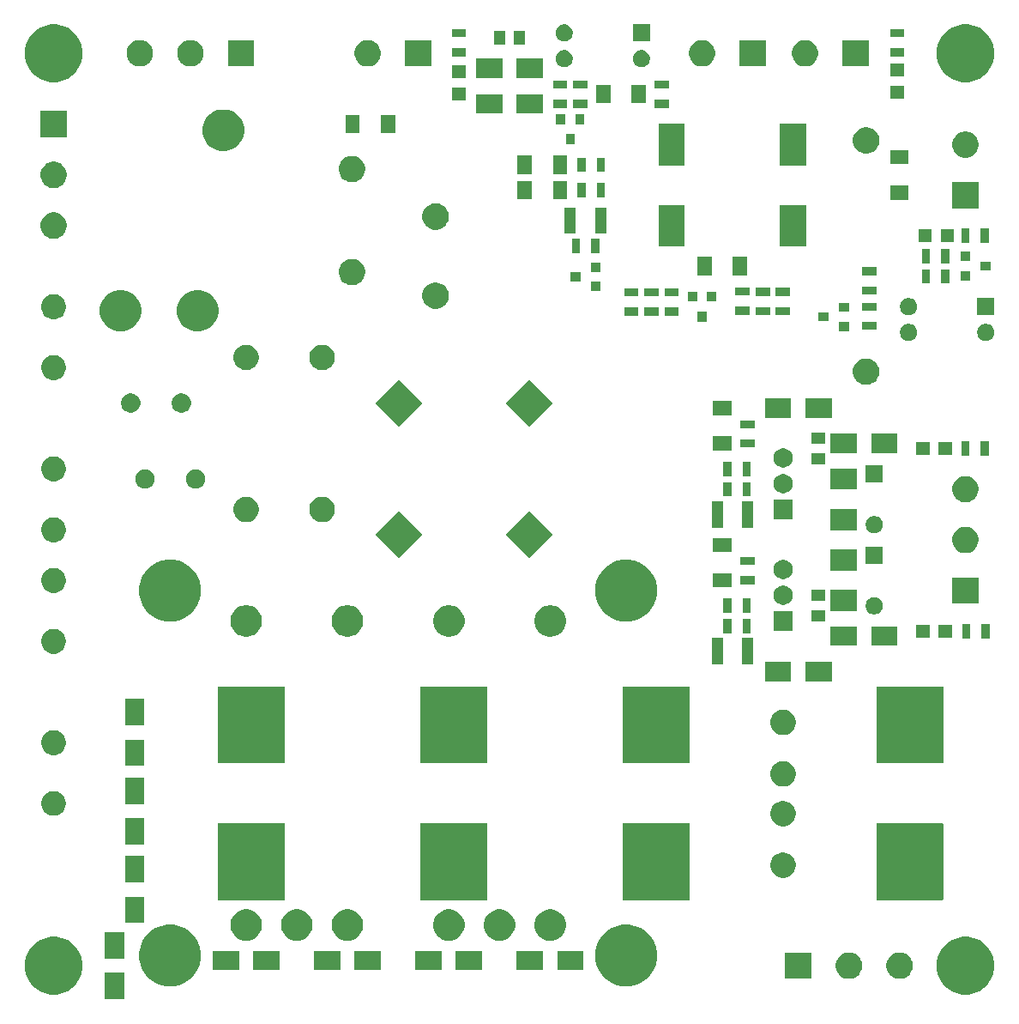
<source format=gbr>
G04 #@! TF.GenerationSoftware,KiCad,Pcbnew,5.1.5+dfsg1-2build2*
G04 #@! TF.CreationDate,2021-10-15T23:20:50+10:30*
G04 #@! TF.ProjectId,xover-psu,786f7665-722d-4707-9375-2e6b69636164,rev?*
G04 #@! TF.SameCoordinates,Original*
G04 #@! TF.FileFunction,Soldermask,Top*
G04 #@! TF.FilePolarity,Negative*
%FSLAX46Y46*%
G04 Gerber Fmt 4.6, Leading zero omitted, Abs format (unit mm)*
G04 Created by KiCad (PCBNEW 5.1.5+dfsg1-2build2) date 2021-10-15 23:20:50*
%MOMM*%
%LPD*%
G04 APERTURE LIST*
%ADD10C,0.100000*%
G04 APERTURE END LIST*
D10*
G36*
X36951000Y-123301000D02*
G01*
X35049000Y-123301000D01*
X35049000Y-120699000D01*
X36951000Y-120699000D01*
X36951000Y-123301000D01*
G37*
G36*
X120831606Y-117258562D02*
G01*
X121350455Y-117473476D01*
X121817407Y-117785484D01*
X122214516Y-118182593D01*
X122526524Y-118649545D01*
X122741438Y-119168394D01*
X122851000Y-119719201D01*
X122851000Y-120280799D01*
X122741438Y-120831606D01*
X122526524Y-121350455D01*
X122214516Y-121817407D01*
X121817407Y-122214516D01*
X121350455Y-122526524D01*
X120831606Y-122741438D01*
X120280800Y-122851000D01*
X119719200Y-122851000D01*
X119168394Y-122741438D01*
X118649545Y-122526524D01*
X118182593Y-122214516D01*
X117785484Y-121817407D01*
X117473476Y-121350455D01*
X117258562Y-120831606D01*
X117149000Y-120280799D01*
X117149000Y-119719201D01*
X117258562Y-119168394D01*
X117473476Y-118649545D01*
X117785484Y-118182593D01*
X118182593Y-117785484D01*
X118649545Y-117473476D01*
X119168394Y-117258562D01*
X119719200Y-117149000D01*
X120280800Y-117149000D01*
X120831606Y-117258562D01*
G37*
G36*
X30831606Y-117258562D02*
G01*
X31350455Y-117473476D01*
X31817407Y-117785484D01*
X32214516Y-118182593D01*
X32526524Y-118649545D01*
X32741438Y-119168394D01*
X32851000Y-119719201D01*
X32851000Y-120280799D01*
X32741438Y-120831606D01*
X32526524Y-121350455D01*
X32214516Y-121817407D01*
X31817407Y-122214516D01*
X31350455Y-122526524D01*
X30831606Y-122741438D01*
X30280800Y-122851000D01*
X29719200Y-122851000D01*
X29168394Y-122741438D01*
X28649545Y-122526524D01*
X28182593Y-122214516D01*
X27785484Y-121817407D01*
X27473476Y-121350455D01*
X27258562Y-120831606D01*
X27149000Y-120280799D01*
X27149000Y-119719201D01*
X27258562Y-119168394D01*
X27473476Y-118649545D01*
X27785484Y-118182593D01*
X28182593Y-117785484D01*
X28649545Y-117473476D01*
X29168394Y-117258562D01*
X29719200Y-117149000D01*
X30280800Y-117149000D01*
X30831606Y-117258562D01*
G37*
G36*
X42389943Y-116066248D02*
G01*
X42945189Y-116296238D01*
X42945190Y-116296239D01*
X43444899Y-116630134D01*
X43869866Y-117055101D01*
X43869867Y-117055103D01*
X44203762Y-117554811D01*
X44433752Y-118110057D01*
X44551000Y-118699501D01*
X44551000Y-119300499D01*
X44433752Y-119889943D01*
X44203762Y-120445189D01*
X44203761Y-120445190D01*
X43869866Y-120944899D01*
X43444899Y-121369866D01*
X43193347Y-121537948D01*
X42945189Y-121703762D01*
X42389943Y-121933752D01*
X41800499Y-122051000D01*
X41199501Y-122051000D01*
X40610057Y-121933752D01*
X40054811Y-121703762D01*
X39806653Y-121537948D01*
X39555101Y-121369866D01*
X39130134Y-120944899D01*
X38796239Y-120445190D01*
X38796238Y-120445189D01*
X38566248Y-119889943D01*
X38449000Y-119300499D01*
X38449000Y-118699501D01*
X38566248Y-118110057D01*
X38796238Y-117554811D01*
X39130133Y-117055103D01*
X39130134Y-117055101D01*
X39555101Y-116630134D01*
X40054810Y-116296239D01*
X40054811Y-116296238D01*
X40610057Y-116066248D01*
X41199501Y-115949000D01*
X41800499Y-115949000D01*
X42389943Y-116066248D01*
G37*
G36*
X87389943Y-116066248D02*
G01*
X87945189Y-116296238D01*
X87945190Y-116296239D01*
X88444899Y-116630134D01*
X88869866Y-117055101D01*
X88869867Y-117055103D01*
X89203762Y-117554811D01*
X89433752Y-118110057D01*
X89551000Y-118699501D01*
X89551000Y-119300499D01*
X89433752Y-119889943D01*
X89203762Y-120445189D01*
X89203761Y-120445190D01*
X88869866Y-120944899D01*
X88444899Y-121369866D01*
X88193347Y-121537948D01*
X87945189Y-121703762D01*
X87389943Y-121933752D01*
X86800499Y-122051000D01*
X86199501Y-122051000D01*
X85610057Y-121933752D01*
X85054811Y-121703762D01*
X84806653Y-121537948D01*
X84555101Y-121369866D01*
X84130134Y-120944899D01*
X83796239Y-120445190D01*
X83796238Y-120445189D01*
X83566248Y-119889943D01*
X83449000Y-119300499D01*
X83449000Y-118699501D01*
X83566248Y-118110057D01*
X83796238Y-117554811D01*
X84130133Y-117055103D01*
X84130134Y-117055101D01*
X84555101Y-116630134D01*
X85054810Y-116296239D01*
X85054811Y-116296238D01*
X85610057Y-116066248D01*
X86199501Y-115949000D01*
X86800499Y-115949000D01*
X87389943Y-116066248D01*
G37*
G36*
X108879487Y-118748996D02*
G01*
X109116253Y-118847068D01*
X109116255Y-118847069D01*
X109329339Y-118989447D01*
X109510553Y-119170661D01*
X109597643Y-119301000D01*
X109652932Y-119383747D01*
X109751004Y-119620513D01*
X109801000Y-119871861D01*
X109801000Y-120128139D01*
X109751004Y-120379487D01*
X109721382Y-120451000D01*
X109652931Y-120616255D01*
X109510553Y-120829339D01*
X109329339Y-121010553D01*
X109116255Y-121152931D01*
X109116254Y-121152932D01*
X109116253Y-121152932D01*
X108879487Y-121251004D01*
X108628139Y-121301000D01*
X108371861Y-121301000D01*
X108120513Y-121251004D01*
X107883747Y-121152932D01*
X107883746Y-121152932D01*
X107883745Y-121152931D01*
X107670661Y-121010553D01*
X107489447Y-120829339D01*
X107347069Y-120616255D01*
X107278618Y-120451000D01*
X107248996Y-120379487D01*
X107199000Y-120128139D01*
X107199000Y-119871861D01*
X107248996Y-119620513D01*
X107347068Y-119383747D01*
X107402358Y-119301000D01*
X107489447Y-119170661D01*
X107670661Y-118989447D01*
X107883745Y-118847069D01*
X107883747Y-118847068D01*
X108120513Y-118748996D01*
X108371861Y-118699000D01*
X108628139Y-118699000D01*
X108879487Y-118748996D01*
G37*
G36*
X104801000Y-121301000D02*
G01*
X102199000Y-121301000D01*
X102199000Y-118699000D01*
X104801000Y-118699000D01*
X104801000Y-121301000D01*
G37*
G36*
X113879487Y-118748996D02*
G01*
X114116253Y-118847068D01*
X114116255Y-118847069D01*
X114329339Y-118989447D01*
X114510553Y-119170661D01*
X114597643Y-119301000D01*
X114652932Y-119383747D01*
X114751004Y-119620513D01*
X114801000Y-119871861D01*
X114801000Y-120128139D01*
X114751004Y-120379487D01*
X114721382Y-120451000D01*
X114652931Y-120616255D01*
X114510553Y-120829339D01*
X114329339Y-121010553D01*
X114116255Y-121152931D01*
X114116254Y-121152932D01*
X114116253Y-121152932D01*
X113879487Y-121251004D01*
X113628139Y-121301000D01*
X113371861Y-121301000D01*
X113120513Y-121251004D01*
X112883747Y-121152932D01*
X112883746Y-121152932D01*
X112883745Y-121152931D01*
X112670661Y-121010553D01*
X112489447Y-120829339D01*
X112347069Y-120616255D01*
X112278618Y-120451000D01*
X112248996Y-120379487D01*
X112199000Y-120128139D01*
X112199000Y-119871861D01*
X112248996Y-119620513D01*
X112347068Y-119383747D01*
X112402358Y-119301000D01*
X112489447Y-119170661D01*
X112670661Y-118989447D01*
X112883745Y-118847069D01*
X112883747Y-118847068D01*
X113120513Y-118748996D01*
X113371861Y-118699000D01*
X113628139Y-118699000D01*
X113879487Y-118748996D01*
G37*
G36*
X72301000Y-120451000D02*
G01*
X69699000Y-120451000D01*
X69699000Y-118549000D01*
X72301000Y-118549000D01*
X72301000Y-120451000D01*
G37*
G36*
X68301000Y-120451000D02*
G01*
X65699000Y-120451000D01*
X65699000Y-118549000D01*
X68301000Y-118549000D01*
X68301000Y-120451000D01*
G37*
G36*
X58301000Y-120451000D02*
G01*
X55699000Y-120451000D01*
X55699000Y-118549000D01*
X58301000Y-118549000D01*
X58301000Y-120451000D01*
G37*
G36*
X62301000Y-120451000D02*
G01*
X59699000Y-120451000D01*
X59699000Y-118549000D01*
X62301000Y-118549000D01*
X62301000Y-120451000D01*
G37*
G36*
X48301000Y-120451000D02*
G01*
X45699000Y-120451000D01*
X45699000Y-118549000D01*
X48301000Y-118549000D01*
X48301000Y-120451000D01*
G37*
G36*
X82301000Y-120451000D02*
G01*
X79699000Y-120451000D01*
X79699000Y-118549000D01*
X82301000Y-118549000D01*
X82301000Y-120451000D01*
G37*
G36*
X52301000Y-120451000D02*
G01*
X49699000Y-120451000D01*
X49699000Y-118549000D01*
X52301000Y-118549000D01*
X52301000Y-120451000D01*
G37*
G36*
X78301000Y-120451000D02*
G01*
X75699000Y-120451000D01*
X75699000Y-118549000D01*
X78301000Y-118549000D01*
X78301000Y-120451000D01*
G37*
G36*
X36951000Y-119301000D02*
G01*
X35049000Y-119301000D01*
X35049000Y-116699000D01*
X36951000Y-116699000D01*
X36951000Y-119301000D01*
G37*
G36*
X49351257Y-114490103D02*
G01*
X49451132Y-114509969D01*
X49568039Y-114558394D01*
X49733371Y-114626876D01*
X49987381Y-114796600D01*
X50203400Y-115012619D01*
X50373124Y-115266629D01*
X50490031Y-115548869D01*
X50549630Y-115848491D01*
X50549630Y-116153989D01*
X50490031Y-116453611D01*
X50373124Y-116735851D01*
X50203400Y-116989861D01*
X49987381Y-117205880D01*
X49733371Y-117375604D01*
X49568039Y-117444086D01*
X49451132Y-117492511D01*
X49351257Y-117512377D01*
X49151509Y-117552110D01*
X48846011Y-117552110D01*
X48646263Y-117512377D01*
X48546388Y-117492511D01*
X48429481Y-117444086D01*
X48264149Y-117375604D01*
X48010139Y-117205880D01*
X47794120Y-116989861D01*
X47624396Y-116735851D01*
X47507489Y-116453611D01*
X47447890Y-116153989D01*
X47447890Y-115848491D01*
X47507489Y-115548869D01*
X47624396Y-115266629D01*
X47794120Y-115012619D01*
X48010139Y-114796600D01*
X48264149Y-114626876D01*
X48429481Y-114558394D01*
X48546388Y-114509969D01*
X48646263Y-114490103D01*
X48846011Y-114450370D01*
X49151509Y-114450370D01*
X49351257Y-114490103D01*
G37*
G36*
X79353737Y-114490103D02*
G01*
X79453612Y-114509969D01*
X79570519Y-114558394D01*
X79735851Y-114626876D01*
X79989861Y-114796600D01*
X80205880Y-115012619D01*
X80375604Y-115266629D01*
X80492511Y-115548869D01*
X80552110Y-115848491D01*
X80552110Y-116153989D01*
X80492511Y-116453611D01*
X80375604Y-116735851D01*
X80205880Y-116989861D01*
X79989861Y-117205880D01*
X79735851Y-117375604D01*
X79570519Y-117444086D01*
X79453612Y-117492511D01*
X79353737Y-117512377D01*
X79153989Y-117552110D01*
X78848491Y-117552110D01*
X78648743Y-117512377D01*
X78548868Y-117492511D01*
X78431961Y-117444086D01*
X78266629Y-117375604D01*
X78012619Y-117205880D01*
X77796600Y-116989861D01*
X77626876Y-116735851D01*
X77509969Y-116453611D01*
X77450370Y-116153989D01*
X77450370Y-115848491D01*
X77509969Y-115548869D01*
X77626876Y-115266629D01*
X77796600Y-115012619D01*
X78012619Y-114796600D01*
X78266629Y-114626876D01*
X78431961Y-114558394D01*
X78548868Y-114509969D01*
X78648743Y-114490103D01*
X78848491Y-114450370D01*
X79153989Y-114450370D01*
X79353737Y-114490103D01*
G37*
G36*
X54352517Y-114490103D02*
G01*
X54452392Y-114509969D01*
X54569299Y-114558394D01*
X54734631Y-114626876D01*
X54988641Y-114796600D01*
X55204660Y-115012619D01*
X55374384Y-115266629D01*
X55491291Y-115548869D01*
X55550890Y-115848491D01*
X55550890Y-116153989D01*
X55491291Y-116453611D01*
X55374384Y-116735851D01*
X55204660Y-116989861D01*
X54988641Y-117205880D01*
X54734631Y-117375604D01*
X54569299Y-117444086D01*
X54452392Y-117492511D01*
X54352517Y-117512377D01*
X54152769Y-117552110D01*
X53847271Y-117552110D01*
X53647523Y-117512377D01*
X53547648Y-117492511D01*
X53430741Y-117444086D01*
X53265409Y-117375604D01*
X53011399Y-117205880D01*
X52795380Y-116989861D01*
X52625656Y-116735851D01*
X52508749Y-116453611D01*
X52449150Y-116153989D01*
X52449150Y-115848491D01*
X52508749Y-115548869D01*
X52625656Y-115266629D01*
X52795380Y-115012619D01*
X53011399Y-114796600D01*
X53265409Y-114626876D01*
X53430741Y-114558394D01*
X53547648Y-114509969D01*
X53647523Y-114490103D01*
X53847271Y-114450370D01*
X54152769Y-114450370D01*
X54352517Y-114490103D01*
G37*
G36*
X74352477Y-114490103D02*
G01*
X74452352Y-114509969D01*
X74569259Y-114558394D01*
X74734591Y-114626876D01*
X74988601Y-114796600D01*
X75204620Y-115012619D01*
X75374344Y-115266629D01*
X75491251Y-115548869D01*
X75550850Y-115848491D01*
X75550850Y-116153989D01*
X75491251Y-116453611D01*
X75374344Y-116735851D01*
X75204620Y-116989861D01*
X74988601Y-117205880D01*
X74734591Y-117375604D01*
X74569259Y-117444086D01*
X74452352Y-117492511D01*
X74352477Y-117512377D01*
X74152729Y-117552110D01*
X73847231Y-117552110D01*
X73647483Y-117512377D01*
X73547608Y-117492511D01*
X73430701Y-117444086D01*
X73265369Y-117375604D01*
X73011359Y-117205880D01*
X72795340Y-116989861D01*
X72625616Y-116735851D01*
X72508709Y-116453611D01*
X72449110Y-116153989D01*
X72449110Y-115848491D01*
X72508709Y-115548869D01*
X72625616Y-115266629D01*
X72795340Y-115012619D01*
X73011359Y-114796600D01*
X73265369Y-114626876D01*
X73430701Y-114558394D01*
X73547608Y-114509969D01*
X73647483Y-114490103D01*
X73847231Y-114450370D01*
X74152729Y-114450370D01*
X74352477Y-114490103D01*
G37*
G36*
X69353757Y-114490103D02*
G01*
X69453632Y-114509969D01*
X69570539Y-114558394D01*
X69735871Y-114626876D01*
X69989881Y-114796600D01*
X70205900Y-115012619D01*
X70375624Y-115266629D01*
X70492531Y-115548869D01*
X70552130Y-115848491D01*
X70552130Y-116153989D01*
X70492531Y-116453611D01*
X70375624Y-116735851D01*
X70205900Y-116989861D01*
X69989881Y-117205880D01*
X69735871Y-117375604D01*
X69570539Y-117444086D01*
X69453632Y-117492511D01*
X69353757Y-117512377D01*
X69154009Y-117552110D01*
X68848511Y-117552110D01*
X68648763Y-117512377D01*
X68548888Y-117492511D01*
X68431981Y-117444086D01*
X68266649Y-117375604D01*
X68012639Y-117205880D01*
X67796620Y-116989861D01*
X67626896Y-116735851D01*
X67509989Y-116453611D01*
X67450390Y-116153989D01*
X67450390Y-115848491D01*
X67509989Y-115548869D01*
X67626896Y-115266629D01*
X67796620Y-115012619D01*
X68012639Y-114796600D01*
X68266649Y-114626876D01*
X68431981Y-114558394D01*
X68548888Y-114509969D01*
X68648763Y-114490103D01*
X68848511Y-114450370D01*
X69154009Y-114450370D01*
X69353757Y-114490103D01*
G37*
G36*
X59351237Y-114490103D02*
G01*
X59451112Y-114509969D01*
X59568019Y-114558394D01*
X59733351Y-114626876D01*
X59987361Y-114796600D01*
X60203380Y-115012619D01*
X60373104Y-115266629D01*
X60490011Y-115548869D01*
X60549610Y-115848491D01*
X60549610Y-116153989D01*
X60490011Y-116453611D01*
X60373104Y-116735851D01*
X60203380Y-116989861D01*
X59987361Y-117205880D01*
X59733351Y-117375604D01*
X59568019Y-117444086D01*
X59451112Y-117492511D01*
X59351237Y-117512377D01*
X59151489Y-117552110D01*
X58845991Y-117552110D01*
X58646243Y-117512377D01*
X58546368Y-117492511D01*
X58429461Y-117444086D01*
X58264129Y-117375604D01*
X58010119Y-117205880D01*
X57794100Y-116989861D01*
X57624376Y-116735851D01*
X57507469Y-116453611D01*
X57447870Y-116153989D01*
X57447870Y-115848491D01*
X57507469Y-115548869D01*
X57624376Y-115266629D01*
X57794100Y-115012619D01*
X58010119Y-114796600D01*
X58264129Y-114626876D01*
X58429461Y-114558394D01*
X58546368Y-114509969D01*
X58646243Y-114490103D01*
X58845991Y-114450370D01*
X59151489Y-114450370D01*
X59351237Y-114490103D01*
G37*
G36*
X38951000Y-115801000D02*
G01*
X37049000Y-115801000D01*
X37049000Y-113199000D01*
X38951000Y-113199000D01*
X38951000Y-115801000D01*
G37*
G36*
X52747070Y-105950877D02*
G01*
X52759493Y-105954646D01*
X52770954Y-105960772D01*
X52780991Y-105969009D01*
X52789228Y-105979046D01*
X52795354Y-105990507D01*
X52799123Y-106002930D01*
X52801000Y-106021994D01*
X52801000Y-113478006D01*
X52799123Y-113497070D01*
X52795354Y-113509493D01*
X52789228Y-113520954D01*
X52780991Y-113530991D01*
X52770954Y-113539228D01*
X52759493Y-113545354D01*
X52747070Y-113549123D01*
X52728006Y-113551000D01*
X46271994Y-113551000D01*
X46252930Y-113549123D01*
X46240507Y-113545354D01*
X46229046Y-113539228D01*
X46219009Y-113530991D01*
X46210772Y-113520954D01*
X46204646Y-113509493D01*
X46200877Y-113497070D01*
X46199000Y-113478006D01*
X46199000Y-106021994D01*
X46200877Y-106002930D01*
X46204646Y-105990507D01*
X46210772Y-105979046D01*
X46219009Y-105969009D01*
X46229046Y-105960772D01*
X46240507Y-105954646D01*
X46252930Y-105950877D01*
X46271994Y-105949000D01*
X52728006Y-105949000D01*
X52747070Y-105950877D01*
G37*
G36*
X92747070Y-105950877D02*
G01*
X92759493Y-105954646D01*
X92770954Y-105960772D01*
X92780991Y-105969009D01*
X92789228Y-105979046D01*
X92795354Y-105990507D01*
X92799123Y-106002930D01*
X92801000Y-106021994D01*
X92801000Y-113478006D01*
X92799123Y-113497070D01*
X92795354Y-113509493D01*
X92789228Y-113520954D01*
X92780991Y-113530991D01*
X92770954Y-113539228D01*
X92759493Y-113545354D01*
X92747070Y-113549123D01*
X92728006Y-113551000D01*
X86271994Y-113551000D01*
X86252930Y-113549123D01*
X86240507Y-113545354D01*
X86229046Y-113539228D01*
X86219009Y-113530991D01*
X86210772Y-113520954D01*
X86204646Y-113509493D01*
X86200877Y-113497070D01*
X86199000Y-113478006D01*
X86199000Y-106021994D01*
X86200877Y-106002930D01*
X86204646Y-105990507D01*
X86210772Y-105979046D01*
X86219009Y-105969009D01*
X86229046Y-105960772D01*
X86240507Y-105954646D01*
X86252930Y-105950877D01*
X86271994Y-105949000D01*
X92728006Y-105949000D01*
X92747070Y-105950877D01*
G37*
G36*
X117747070Y-105950877D02*
G01*
X117759493Y-105954646D01*
X117770954Y-105960772D01*
X117780991Y-105969009D01*
X117789228Y-105979046D01*
X117795354Y-105990507D01*
X117799123Y-106002930D01*
X117801000Y-106021994D01*
X117801000Y-113478006D01*
X117799123Y-113497070D01*
X117795354Y-113509493D01*
X117789228Y-113520954D01*
X117780991Y-113530991D01*
X117770954Y-113539228D01*
X117759493Y-113545354D01*
X117747070Y-113549123D01*
X117728006Y-113551000D01*
X111271994Y-113551000D01*
X111252930Y-113549123D01*
X111240507Y-113545354D01*
X111229046Y-113539228D01*
X111219009Y-113530991D01*
X111210772Y-113520954D01*
X111204646Y-113509493D01*
X111200877Y-113497070D01*
X111199000Y-113478006D01*
X111199000Y-106021994D01*
X111200877Y-106002930D01*
X111204646Y-105990507D01*
X111210772Y-105979046D01*
X111219009Y-105969009D01*
X111229046Y-105960772D01*
X111240507Y-105954646D01*
X111252930Y-105950877D01*
X111271994Y-105949000D01*
X117728006Y-105949000D01*
X117747070Y-105950877D01*
G37*
G36*
X72747070Y-105950877D02*
G01*
X72759493Y-105954646D01*
X72770954Y-105960772D01*
X72780991Y-105969009D01*
X72789228Y-105979046D01*
X72795354Y-105990507D01*
X72799123Y-106002930D01*
X72801000Y-106021994D01*
X72801000Y-113478006D01*
X72799123Y-113497070D01*
X72795354Y-113509493D01*
X72789228Y-113520954D01*
X72780991Y-113530991D01*
X72770954Y-113539228D01*
X72759493Y-113545354D01*
X72747070Y-113549123D01*
X72728006Y-113551000D01*
X66271994Y-113551000D01*
X66252930Y-113549123D01*
X66240507Y-113545354D01*
X66229046Y-113539228D01*
X66219009Y-113530991D01*
X66210772Y-113520954D01*
X66204646Y-113509493D01*
X66200877Y-113497070D01*
X66199000Y-113478006D01*
X66199000Y-106021994D01*
X66200877Y-106002930D01*
X66204646Y-105990507D01*
X66210772Y-105979046D01*
X66219009Y-105969009D01*
X66229046Y-105960772D01*
X66240507Y-105954646D01*
X66252930Y-105950877D01*
X66271994Y-105949000D01*
X72728006Y-105949000D01*
X72747070Y-105950877D01*
G37*
G36*
X38951000Y-111801000D02*
G01*
X37049000Y-111801000D01*
X37049000Y-109199000D01*
X38951000Y-109199000D01*
X38951000Y-111801000D01*
G37*
G36*
X102364903Y-108877075D02*
G01*
X102592571Y-108971378D01*
X102797466Y-109108285D01*
X102971715Y-109282534D01*
X103108622Y-109487429D01*
X103202925Y-109715097D01*
X103251000Y-109956787D01*
X103251000Y-110203213D01*
X103202925Y-110444903D01*
X103108622Y-110672571D01*
X102971715Y-110877466D01*
X102797466Y-111051715D01*
X102592571Y-111188622D01*
X102592570Y-111188623D01*
X102592569Y-111188623D01*
X102364903Y-111282925D01*
X102123214Y-111331000D01*
X101876786Y-111331000D01*
X101635097Y-111282925D01*
X101407431Y-111188623D01*
X101407430Y-111188623D01*
X101407429Y-111188622D01*
X101202534Y-111051715D01*
X101028285Y-110877466D01*
X100891378Y-110672571D01*
X100797075Y-110444903D01*
X100749000Y-110203213D01*
X100749000Y-109956787D01*
X100797075Y-109715097D01*
X100891378Y-109487429D01*
X101028285Y-109282534D01*
X101202534Y-109108285D01*
X101407429Y-108971378D01*
X101635097Y-108877075D01*
X101876786Y-108829000D01*
X102123214Y-108829000D01*
X102364903Y-108877075D01*
G37*
G36*
X38951000Y-108051000D02*
G01*
X37049000Y-108051000D01*
X37049000Y-105449000D01*
X38951000Y-105449000D01*
X38951000Y-108051000D01*
G37*
G36*
X102364903Y-103797075D02*
G01*
X102563292Y-103879250D01*
X102592571Y-103891378D01*
X102797466Y-104028285D01*
X102971715Y-104202534D01*
X103108622Y-104407429D01*
X103108623Y-104407431D01*
X103202925Y-104635097D01*
X103251000Y-104876786D01*
X103251000Y-105123214D01*
X103202925Y-105364903D01*
X103108622Y-105592571D01*
X102971715Y-105797466D01*
X102797466Y-105971715D01*
X102592571Y-106108622D01*
X102592570Y-106108623D01*
X102592569Y-106108623D01*
X102364903Y-106202925D01*
X102123214Y-106251000D01*
X101876786Y-106251000D01*
X101635097Y-106202925D01*
X101407431Y-106108623D01*
X101407430Y-106108623D01*
X101407429Y-106108622D01*
X101202534Y-105971715D01*
X101028285Y-105797466D01*
X100891378Y-105592571D01*
X100797075Y-105364903D01*
X100749000Y-105123214D01*
X100749000Y-104876786D01*
X100797075Y-104635097D01*
X100891377Y-104407431D01*
X100891378Y-104407429D01*
X101028285Y-104202534D01*
X101202534Y-104028285D01*
X101407429Y-103891378D01*
X101436709Y-103879250D01*
X101635097Y-103797075D01*
X101876786Y-103749000D01*
X102123214Y-103749000D01*
X102364903Y-103797075D01*
G37*
G36*
X30357610Y-102821114D02*
G01*
X30580727Y-102913532D01*
X30580729Y-102913533D01*
X30631269Y-102947303D01*
X30781529Y-103047703D01*
X30952297Y-103218471D01*
X31086468Y-103419273D01*
X31178886Y-103642390D01*
X31226000Y-103879248D01*
X31226000Y-104120752D01*
X31178886Y-104357610D01*
X31086468Y-104580727D01*
X30952297Y-104781529D01*
X30781529Y-104952297D01*
X30631269Y-105052697D01*
X30580729Y-105086467D01*
X30580728Y-105086468D01*
X30580727Y-105086468D01*
X30357610Y-105178886D01*
X30120752Y-105226000D01*
X29879248Y-105226000D01*
X29642390Y-105178886D01*
X29419273Y-105086468D01*
X29419272Y-105086468D01*
X29419271Y-105086467D01*
X29368731Y-105052697D01*
X29218471Y-104952297D01*
X29047703Y-104781529D01*
X28913532Y-104580727D01*
X28821114Y-104357610D01*
X28774000Y-104120752D01*
X28774000Y-103879248D01*
X28821114Y-103642390D01*
X28913532Y-103419273D01*
X29047703Y-103218471D01*
X29218471Y-103047703D01*
X29368731Y-102947303D01*
X29419271Y-102913533D01*
X29419273Y-102913532D01*
X29642390Y-102821114D01*
X29879248Y-102774000D01*
X30120752Y-102774000D01*
X30357610Y-102821114D01*
G37*
G36*
X38951000Y-104051000D02*
G01*
X37049000Y-104051000D01*
X37049000Y-101449000D01*
X38951000Y-101449000D01*
X38951000Y-104051000D01*
G37*
G36*
X102364903Y-99877075D02*
G01*
X102586454Y-99968844D01*
X102592571Y-99971378D01*
X102797466Y-100108285D01*
X102971715Y-100282534D01*
X103108622Y-100487429D01*
X103202925Y-100715097D01*
X103251000Y-100956787D01*
X103251000Y-101203213D01*
X103202925Y-101444903D01*
X103108622Y-101672571D01*
X102971715Y-101877466D01*
X102797466Y-102051715D01*
X102592571Y-102188622D01*
X102592570Y-102188623D01*
X102592569Y-102188623D01*
X102364903Y-102282925D01*
X102123214Y-102331000D01*
X101876786Y-102331000D01*
X101635097Y-102282925D01*
X101407431Y-102188623D01*
X101407430Y-102188623D01*
X101407429Y-102188622D01*
X101202534Y-102051715D01*
X101028285Y-101877466D01*
X100891378Y-101672571D01*
X100797075Y-101444903D01*
X100749000Y-101203213D01*
X100749000Y-100956787D01*
X100797075Y-100715097D01*
X100891378Y-100487429D01*
X101028285Y-100282534D01*
X101202534Y-100108285D01*
X101407429Y-99971378D01*
X101413547Y-99968844D01*
X101635097Y-99877075D01*
X101876786Y-99829000D01*
X102123214Y-99829000D01*
X102364903Y-99877075D01*
G37*
G36*
X38951000Y-100301000D02*
G01*
X37049000Y-100301000D01*
X37049000Y-97699000D01*
X38951000Y-97699000D01*
X38951000Y-100301000D01*
G37*
G36*
X117747070Y-92450877D02*
G01*
X117759493Y-92454646D01*
X117770954Y-92460772D01*
X117780991Y-92469009D01*
X117789228Y-92479046D01*
X117795354Y-92490507D01*
X117799123Y-92502930D01*
X117801000Y-92521994D01*
X117801000Y-99978006D01*
X117799123Y-99997070D01*
X117795354Y-100009493D01*
X117789228Y-100020954D01*
X117780991Y-100030991D01*
X117770954Y-100039228D01*
X117759493Y-100045354D01*
X117747070Y-100049123D01*
X117728006Y-100051000D01*
X111271994Y-100051000D01*
X111252930Y-100049123D01*
X111240507Y-100045354D01*
X111229046Y-100039228D01*
X111219009Y-100030991D01*
X111210772Y-100020954D01*
X111204646Y-100009493D01*
X111200877Y-99997070D01*
X111199000Y-99978006D01*
X111199000Y-92521994D01*
X111200877Y-92502930D01*
X111204646Y-92490507D01*
X111210772Y-92479046D01*
X111219009Y-92469009D01*
X111229046Y-92460772D01*
X111240507Y-92454646D01*
X111252930Y-92450877D01*
X111271994Y-92449000D01*
X117728006Y-92449000D01*
X117747070Y-92450877D01*
G37*
G36*
X92747070Y-92450877D02*
G01*
X92759493Y-92454646D01*
X92770954Y-92460772D01*
X92780991Y-92469009D01*
X92789228Y-92479046D01*
X92795354Y-92490507D01*
X92799123Y-92502930D01*
X92801000Y-92521994D01*
X92801000Y-99978006D01*
X92799123Y-99997070D01*
X92795354Y-100009493D01*
X92789228Y-100020954D01*
X92780991Y-100030991D01*
X92770954Y-100039228D01*
X92759493Y-100045354D01*
X92747070Y-100049123D01*
X92728006Y-100051000D01*
X86271994Y-100051000D01*
X86252930Y-100049123D01*
X86240507Y-100045354D01*
X86229046Y-100039228D01*
X86219009Y-100030991D01*
X86210772Y-100020954D01*
X86204646Y-100009493D01*
X86200877Y-99997070D01*
X86199000Y-99978006D01*
X86199000Y-92521994D01*
X86200877Y-92502930D01*
X86204646Y-92490507D01*
X86210772Y-92479046D01*
X86219009Y-92469009D01*
X86229046Y-92460772D01*
X86240507Y-92454646D01*
X86252930Y-92450877D01*
X86271994Y-92449000D01*
X92728006Y-92449000D01*
X92747070Y-92450877D01*
G37*
G36*
X72747070Y-92450877D02*
G01*
X72759493Y-92454646D01*
X72770954Y-92460772D01*
X72780991Y-92469009D01*
X72789228Y-92479046D01*
X72795354Y-92490507D01*
X72799123Y-92502930D01*
X72801000Y-92521994D01*
X72801000Y-99978006D01*
X72799123Y-99997070D01*
X72795354Y-100009493D01*
X72789228Y-100020954D01*
X72780991Y-100030991D01*
X72770954Y-100039228D01*
X72759493Y-100045354D01*
X72747070Y-100049123D01*
X72728006Y-100051000D01*
X66271994Y-100051000D01*
X66252930Y-100049123D01*
X66240507Y-100045354D01*
X66229046Y-100039228D01*
X66219009Y-100030991D01*
X66210772Y-100020954D01*
X66204646Y-100009493D01*
X66200877Y-99997070D01*
X66199000Y-99978006D01*
X66199000Y-92521994D01*
X66200877Y-92502930D01*
X66204646Y-92490507D01*
X66210772Y-92479046D01*
X66219009Y-92469009D01*
X66229046Y-92460772D01*
X66240507Y-92454646D01*
X66252930Y-92450877D01*
X66271994Y-92449000D01*
X72728006Y-92449000D01*
X72747070Y-92450877D01*
G37*
G36*
X52747070Y-92450877D02*
G01*
X52759493Y-92454646D01*
X52770954Y-92460772D01*
X52780991Y-92469009D01*
X52789228Y-92479046D01*
X52795354Y-92490507D01*
X52799123Y-92502930D01*
X52801000Y-92521994D01*
X52801000Y-99978006D01*
X52799123Y-99997070D01*
X52795354Y-100009493D01*
X52789228Y-100020954D01*
X52780991Y-100030991D01*
X52770954Y-100039228D01*
X52759493Y-100045354D01*
X52747070Y-100049123D01*
X52728006Y-100051000D01*
X46271994Y-100051000D01*
X46252930Y-100049123D01*
X46240507Y-100045354D01*
X46229046Y-100039228D01*
X46219009Y-100030991D01*
X46210772Y-100020954D01*
X46204646Y-100009493D01*
X46200877Y-99997070D01*
X46199000Y-99978006D01*
X46199000Y-92521994D01*
X46200877Y-92502930D01*
X46204646Y-92490507D01*
X46210772Y-92479046D01*
X46219009Y-92469009D01*
X46229046Y-92460772D01*
X46240507Y-92454646D01*
X46252930Y-92450877D01*
X46271994Y-92449000D01*
X52728006Y-92449000D01*
X52747070Y-92450877D01*
G37*
G36*
X30357610Y-96821114D02*
G01*
X30580727Y-96913532D01*
X30580729Y-96913533D01*
X30631269Y-96947303D01*
X30781529Y-97047703D01*
X30952297Y-97218471D01*
X31086468Y-97419273D01*
X31178886Y-97642390D01*
X31226000Y-97879248D01*
X31226000Y-98120752D01*
X31178886Y-98357610D01*
X31086468Y-98580727D01*
X30952297Y-98781529D01*
X30781529Y-98952297D01*
X30631269Y-99052697D01*
X30580729Y-99086467D01*
X30580728Y-99086468D01*
X30580727Y-99086468D01*
X30357610Y-99178886D01*
X30120752Y-99226000D01*
X29879248Y-99226000D01*
X29642390Y-99178886D01*
X29419273Y-99086468D01*
X29419272Y-99086468D01*
X29419271Y-99086467D01*
X29368731Y-99052697D01*
X29218471Y-98952297D01*
X29047703Y-98781529D01*
X28913532Y-98580727D01*
X28821114Y-98357610D01*
X28774000Y-98120752D01*
X28774000Y-97879248D01*
X28821114Y-97642390D01*
X28913532Y-97419273D01*
X29047703Y-97218471D01*
X29218471Y-97047703D01*
X29368731Y-96947303D01*
X29419271Y-96913533D01*
X29419273Y-96913532D01*
X29642390Y-96821114D01*
X29879248Y-96774000D01*
X30120752Y-96774000D01*
X30357610Y-96821114D01*
G37*
G36*
X102364903Y-94797075D02*
G01*
X102592571Y-94891378D01*
X102797466Y-95028285D01*
X102971715Y-95202534D01*
X103108622Y-95407429D01*
X103202925Y-95635097D01*
X103251000Y-95876787D01*
X103251000Y-96123213D01*
X103202925Y-96364903D01*
X103108622Y-96592571D01*
X102971715Y-96797466D01*
X102797466Y-96971715D01*
X102592571Y-97108622D01*
X102592570Y-97108623D01*
X102592569Y-97108623D01*
X102364903Y-97202925D01*
X102123214Y-97251000D01*
X101876786Y-97251000D01*
X101635097Y-97202925D01*
X101407431Y-97108623D01*
X101407430Y-97108623D01*
X101407429Y-97108622D01*
X101202534Y-96971715D01*
X101028285Y-96797466D01*
X100891378Y-96592571D01*
X100797075Y-96364903D01*
X100749000Y-96123213D01*
X100749000Y-95876787D01*
X100797075Y-95635097D01*
X100891378Y-95407429D01*
X101028285Y-95202534D01*
X101202534Y-95028285D01*
X101407429Y-94891378D01*
X101635097Y-94797075D01*
X101876786Y-94749000D01*
X102123214Y-94749000D01*
X102364903Y-94797075D01*
G37*
G36*
X38951000Y-96301000D02*
G01*
X37049000Y-96301000D01*
X37049000Y-93699000D01*
X38951000Y-93699000D01*
X38951000Y-96301000D01*
G37*
G36*
X106801000Y-91951000D02*
G01*
X104199000Y-91951000D01*
X104199000Y-90049000D01*
X106801000Y-90049000D01*
X106801000Y-91951000D01*
G37*
G36*
X102801000Y-91951000D02*
G01*
X100199000Y-91951000D01*
X100199000Y-90049000D01*
X102801000Y-90049000D01*
X102801000Y-91951000D01*
G37*
G36*
X99051000Y-90301000D02*
G01*
X97949000Y-90301000D01*
X97949000Y-87699000D01*
X99051000Y-87699000D01*
X99051000Y-90301000D01*
G37*
G36*
X96051000Y-90301000D02*
G01*
X94949000Y-90301000D01*
X94949000Y-87699000D01*
X96051000Y-87699000D01*
X96051000Y-90301000D01*
G37*
G36*
X30357610Y-86821114D02*
G01*
X30580727Y-86913532D01*
X30580729Y-86913533D01*
X30631269Y-86947303D01*
X30781529Y-87047703D01*
X30952297Y-87218471D01*
X31086468Y-87419273D01*
X31178886Y-87642390D01*
X31226000Y-87879248D01*
X31226000Y-88120752D01*
X31178886Y-88357610D01*
X31086468Y-88580727D01*
X30952297Y-88781529D01*
X30781529Y-88952297D01*
X30631269Y-89052697D01*
X30580729Y-89086467D01*
X30580728Y-89086468D01*
X30580727Y-89086468D01*
X30357610Y-89178886D01*
X30120752Y-89226000D01*
X29879248Y-89226000D01*
X29642390Y-89178886D01*
X29419273Y-89086468D01*
X29419272Y-89086468D01*
X29419271Y-89086467D01*
X29368731Y-89052697D01*
X29218471Y-88952297D01*
X29047703Y-88781529D01*
X28913532Y-88580727D01*
X28821114Y-88357610D01*
X28774000Y-88120752D01*
X28774000Y-87879248D01*
X28821114Y-87642390D01*
X28913532Y-87419273D01*
X29047703Y-87218471D01*
X29218471Y-87047703D01*
X29368731Y-86947303D01*
X29419271Y-86913533D01*
X29419273Y-86913532D01*
X29642390Y-86821114D01*
X29879248Y-86774000D01*
X30120752Y-86774000D01*
X30357610Y-86821114D01*
G37*
G36*
X109301000Y-88451000D02*
G01*
X106699000Y-88451000D01*
X106699000Y-86549000D01*
X109301000Y-86549000D01*
X109301000Y-88451000D01*
G37*
G36*
X113301000Y-88451000D02*
G01*
X110699000Y-88451000D01*
X110699000Y-86549000D01*
X113301000Y-86549000D01*
X113301000Y-88451000D01*
G37*
G36*
X122401000Y-87701000D02*
G01*
X121599000Y-87701000D01*
X121599000Y-86299000D01*
X122401000Y-86299000D01*
X122401000Y-87701000D01*
G37*
G36*
X120501000Y-87701000D02*
G01*
X119699000Y-87701000D01*
X119699000Y-86299000D01*
X120501000Y-86299000D01*
X120501000Y-87701000D01*
G37*
G36*
X116451000Y-87651000D02*
G01*
X115149000Y-87651000D01*
X115149000Y-86349000D01*
X116451000Y-86349000D01*
X116451000Y-87651000D01*
G37*
G36*
X118651000Y-87651000D02*
G01*
X117349000Y-87651000D01*
X117349000Y-86349000D01*
X118651000Y-86349000D01*
X118651000Y-87651000D01*
G37*
G36*
X59351237Y-84487623D02*
G01*
X59451112Y-84507489D01*
X59568019Y-84555914D01*
X59733351Y-84624396D01*
X59987361Y-84794120D01*
X60203380Y-85010139D01*
X60373104Y-85264149D01*
X60490011Y-85546389D01*
X60549610Y-85846011D01*
X60549610Y-86151509D01*
X60490011Y-86451131D01*
X60373104Y-86733371D01*
X60203380Y-86987381D01*
X59987361Y-87203400D01*
X59733351Y-87373124D01*
X59568019Y-87441606D01*
X59451112Y-87490031D01*
X59351237Y-87509897D01*
X59151489Y-87549630D01*
X58845991Y-87549630D01*
X58646243Y-87509897D01*
X58546368Y-87490031D01*
X58429461Y-87441606D01*
X58264129Y-87373124D01*
X58010119Y-87203400D01*
X57794100Y-86987381D01*
X57624376Y-86733371D01*
X57507469Y-86451131D01*
X57447870Y-86151509D01*
X57447870Y-85846011D01*
X57507469Y-85546389D01*
X57624376Y-85264149D01*
X57794100Y-85010139D01*
X58010119Y-84794120D01*
X58264129Y-84624396D01*
X58429461Y-84555914D01*
X58546368Y-84507489D01*
X58646243Y-84487623D01*
X58845991Y-84447890D01*
X59151489Y-84447890D01*
X59351237Y-84487623D01*
G37*
G36*
X49351257Y-84487623D02*
G01*
X49451132Y-84507489D01*
X49568039Y-84555914D01*
X49733371Y-84624396D01*
X49987381Y-84794120D01*
X50203400Y-85010139D01*
X50373124Y-85264149D01*
X50490031Y-85546389D01*
X50549630Y-85846011D01*
X50549630Y-86151509D01*
X50490031Y-86451131D01*
X50373124Y-86733371D01*
X50203400Y-86987381D01*
X49987381Y-87203400D01*
X49733371Y-87373124D01*
X49568039Y-87441606D01*
X49451132Y-87490031D01*
X49351257Y-87509897D01*
X49151509Y-87549630D01*
X48846011Y-87549630D01*
X48646263Y-87509897D01*
X48546388Y-87490031D01*
X48429481Y-87441606D01*
X48264149Y-87373124D01*
X48010139Y-87203400D01*
X47794120Y-86987381D01*
X47624396Y-86733371D01*
X47507489Y-86451131D01*
X47447890Y-86151509D01*
X47447890Y-85846011D01*
X47507489Y-85546389D01*
X47624396Y-85264149D01*
X47794120Y-85010139D01*
X48010139Y-84794120D01*
X48264149Y-84624396D01*
X48429481Y-84555914D01*
X48546388Y-84507489D01*
X48646263Y-84487623D01*
X48846011Y-84447890D01*
X49151509Y-84447890D01*
X49351257Y-84487623D01*
G37*
G36*
X69353757Y-84487623D02*
G01*
X69453632Y-84507489D01*
X69570539Y-84555914D01*
X69735871Y-84624396D01*
X69989881Y-84794120D01*
X70205900Y-85010139D01*
X70375624Y-85264149D01*
X70492531Y-85546389D01*
X70552130Y-85846011D01*
X70552130Y-86151509D01*
X70492531Y-86451131D01*
X70375624Y-86733371D01*
X70205900Y-86987381D01*
X69989881Y-87203400D01*
X69735871Y-87373124D01*
X69570539Y-87441606D01*
X69453632Y-87490031D01*
X69353757Y-87509897D01*
X69154009Y-87549630D01*
X68848511Y-87549630D01*
X68648763Y-87509897D01*
X68548888Y-87490031D01*
X68431981Y-87441606D01*
X68266649Y-87373124D01*
X68012639Y-87203400D01*
X67796620Y-86987381D01*
X67626896Y-86733371D01*
X67509989Y-86451131D01*
X67450390Y-86151509D01*
X67450390Y-85846011D01*
X67509989Y-85546389D01*
X67626896Y-85264149D01*
X67796620Y-85010139D01*
X68012639Y-84794120D01*
X68266649Y-84624396D01*
X68431981Y-84555914D01*
X68548888Y-84507489D01*
X68648763Y-84487623D01*
X68848511Y-84447890D01*
X69154009Y-84447890D01*
X69353757Y-84487623D01*
G37*
G36*
X79353737Y-84487623D02*
G01*
X79453612Y-84507489D01*
X79570519Y-84555914D01*
X79735851Y-84624396D01*
X79989861Y-84794120D01*
X80205880Y-85010139D01*
X80375604Y-85264149D01*
X80492511Y-85546389D01*
X80552110Y-85846011D01*
X80552110Y-86151509D01*
X80492511Y-86451131D01*
X80375604Y-86733371D01*
X80205880Y-86987381D01*
X79989861Y-87203400D01*
X79735851Y-87373124D01*
X79570519Y-87441606D01*
X79453612Y-87490031D01*
X79353737Y-87509897D01*
X79153989Y-87549630D01*
X78848491Y-87549630D01*
X78648743Y-87509897D01*
X78548868Y-87490031D01*
X78431961Y-87441606D01*
X78266629Y-87373124D01*
X78012619Y-87203400D01*
X77796600Y-86987381D01*
X77626876Y-86733371D01*
X77509969Y-86451131D01*
X77450370Y-86151509D01*
X77450370Y-85846011D01*
X77509969Y-85546389D01*
X77626876Y-85264149D01*
X77796600Y-85010139D01*
X78012619Y-84794120D01*
X78266629Y-84624396D01*
X78431961Y-84555914D01*
X78548868Y-84507489D01*
X78648743Y-84487623D01*
X78848491Y-84447890D01*
X79153989Y-84447890D01*
X79353737Y-84487623D01*
G37*
G36*
X98801000Y-87201000D02*
G01*
X97999000Y-87201000D01*
X97999000Y-85799000D01*
X98801000Y-85799000D01*
X98801000Y-87201000D01*
G37*
G36*
X96901000Y-87201000D02*
G01*
X96099000Y-87201000D01*
X96099000Y-85799000D01*
X96901000Y-85799000D01*
X96901000Y-87201000D01*
G37*
G36*
X102951000Y-86951000D02*
G01*
X101049000Y-86951000D01*
X101049000Y-85049000D01*
X102951000Y-85049000D01*
X102951000Y-86951000D01*
G37*
G36*
X42389943Y-80066248D02*
G01*
X42945189Y-80296238D01*
X43027146Y-80351000D01*
X43444899Y-80630134D01*
X43869866Y-81055101D01*
X43979026Y-81218471D01*
X44203762Y-81554811D01*
X44433752Y-82110057D01*
X44551000Y-82699501D01*
X44551000Y-83300499D01*
X44433752Y-83889943D01*
X44203762Y-84445189D01*
X44203761Y-84445190D01*
X43869866Y-84944899D01*
X43444899Y-85369866D01*
X43193347Y-85537948D01*
X42945189Y-85703762D01*
X42389943Y-85933752D01*
X41800499Y-86051000D01*
X41199501Y-86051000D01*
X40610057Y-85933752D01*
X40054811Y-85703762D01*
X39806653Y-85537948D01*
X39555101Y-85369866D01*
X39130134Y-84944899D01*
X38796239Y-84445190D01*
X38796238Y-84445189D01*
X38566248Y-83889943D01*
X38449000Y-83300499D01*
X38449000Y-82699501D01*
X38566248Y-82110057D01*
X38796238Y-81554811D01*
X39020974Y-81218471D01*
X39130134Y-81055101D01*
X39555101Y-80630134D01*
X39972854Y-80351000D01*
X40054811Y-80296238D01*
X40610057Y-80066248D01*
X41199501Y-79949000D01*
X41800499Y-79949000D01*
X42389943Y-80066248D01*
G37*
G36*
X87389943Y-80066248D02*
G01*
X87945189Y-80296238D01*
X88027146Y-80351000D01*
X88444899Y-80630134D01*
X88869866Y-81055101D01*
X88979026Y-81218471D01*
X89203762Y-81554811D01*
X89433752Y-82110057D01*
X89551000Y-82699501D01*
X89551000Y-83300499D01*
X89433752Y-83889943D01*
X89203762Y-84445189D01*
X89203761Y-84445190D01*
X88869866Y-84944899D01*
X88444899Y-85369866D01*
X88193347Y-85537948D01*
X87945189Y-85703762D01*
X87389943Y-85933752D01*
X86800499Y-86051000D01*
X86199501Y-86051000D01*
X85610057Y-85933752D01*
X85054811Y-85703762D01*
X84806653Y-85537948D01*
X84555101Y-85369866D01*
X84130134Y-84944899D01*
X83796239Y-84445190D01*
X83796238Y-84445189D01*
X83566248Y-83889943D01*
X83449000Y-83300499D01*
X83449000Y-82699501D01*
X83566248Y-82110057D01*
X83796238Y-81554811D01*
X84020974Y-81218471D01*
X84130134Y-81055101D01*
X84555101Y-80630134D01*
X84972854Y-80351000D01*
X85054811Y-80296238D01*
X85610057Y-80066248D01*
X86199501Y-79949000D01*
X86800499Y-79949000D01*
X87389943Y-80066248D01*
G37*
G36*
X106176000Y-86051000D02*
G01*
X104824000Y-86051000D01*
X104824000Y-84949000D01*
X106176000Y-84949000D01*
X106176000Y-86051000D01*
G37*
G36*
X111248228Y-83681703D02*
G01*
X111403100Y-83745853D01*
X111542481Y-83838985D01*
X111661015Y-83957519D01*
X111754147Y-84096900D01*
X111818297Y-84251772D01*
X111851000Y-84416184D01*
X111851000Y-84583816D01*
X111818297Y-84748228D01*
X111754147Y-84903100D01*
X111661015Y-85042481D01*
X111542481Y-85161015D01*
X111403100Y-85254147D01*
X111248228Y-85318297D01*
X111083816Y-85351000D01*
X110916184Y-85351000D01*
X110751772Y-85318297D01*
X110596900Y-85254147D01*
X110457519Y-85161015D01*
X110338985Y-85042481D01*
X110245853Y-84903100D01*
X110181703Y-84748228D01*
X110149000Y-84583816D01*
X110149000Y-84416184D01*
X110181703Y-84251772D01*
X110245853Y-84096900D01*
X110338985Y-83957519D01*
X110457519Y-83838985D01*
X110596900Y-83745853D01*
X110751772Y-83681703D01*
X110916184Y-83649000D01*
X111083816Y-83649000D01*
X111248228Y-83681703D01*
G37*
G36*
X98801000Y-85201000D02*
G01*
X97999000Y-85201000D01*
X97999000Y-83799000D01*
X98801000Y-83799000D01*
X98801000Y-85201000D01*
G37*
G36*
X96901000Y-85201000D02*
G01*
X96099000Y-85201000D01*
X96099000Y-83799000D01*
X96901000Y-83799000D01*
X96901000Y-85201000D01*
G37*
G36*
X109301000Y-85051000D02*
G01*
X106699000Y-85051000D01*
X106699000Y-82949000D01*
X109301000Y-82949000D01*
X109301000Y-85051000D01*
G37*
G36*
X102277395Y-82545546D02*
G01*
X102450466Y-82617234D01*
X102450467Y-82617235D01*
X102606227Y-82721310D01*
X102738690Y-82853773D01*
X102738691Y-82853775D01*
X102842766Y-83009534D01*
X102914454Y-83182605D01*
X102951000Y-83366333D01*
X102951000Y-83553667D01*
X102914454Y-83737395D01*
X102842766Y-83910466D01*
X102842765Y-83910467D01*
X102738690Y-84066227D01*
X102606227Y-84198690D01*
X102527818Y-84251081D01*
X102450466Y-84302766D01*
X102277395Y-84374454D01*
X102093667Y-84411000D01*
X101906333Y-84411000D01*
X101722605Y-84374454D01*
X101549534Y-84302766D01*
X101472182Y-84251081D01*
X101393773Y-84198690D01*
X101261310Y-84066227D01*
X101157235Y-83910467D01*
X101157234Y-83910466D01*
X101085546Y-83737395D01*
X101049000Y-83553667D01*
X101049000Y-83366333D01*
X101085546Y-83182605D01*
X101157234Y-83009534D01*
X101261309Y-82853775D01*
X101261310Y-82853773D01*
X101393773Y-82721310D01*
X101549533Y-82617235D01*
X101549534Y-82617234D01*
X101722605Y-82545546D01*
X101906333Y-82509000D01*
X102093667Y-82509000D01*
X102277395Y-82545546D01*
G37*
G36*
X121301000Y-84301000D02*
G01*
X118699000Y-84301000D01*
X118699000Y-81699000D01*
X121301000Y-81699000D01*
X121301000Y-84301000D01*
G37*
G36*
X106176000Y-84051000D02*
G01*
X104824000Y-84051000D01*
X104824000Y-82949000D01*
X106176000Y-82949000D01*
X106176000Y-84051000D01*
G37*
G36*
X30357610Y-80821114D02*
G01*
X30580727Y-80913532D01*
X30580729Y-80913533D01*
X30631269Y-80947303D01*
X30781529Y-81047703D01*
X30952297Y-81218471D01*
X31086468Y-81419273D01*
X31178886Y-81642390D01*
X31226000Y-81879248D01*
X31226000Y-82120752D01*
X31178886Y-82357610D01*
X31086468Y-82580727D01*
X30952297Y-82781529D01*
X30781529Y-82952297D01*
X30695867Y-83009534D01*
X30580729Y-83086467D01*
X30580728Y-83086468D01*
X30580727Y-83086468D01*
X30357610Y-83178886D01*
X30120752Y-83226000D01*
X29879248Y-83226000D01*
X29642390Y-83178886D01*
X29419273Y-83086468D01*
X29419272Y-83086468D01*
X29419271Y-83086467D01*
X29304133Y-83009534D01*
X29218471Y-82952297D01*
X29047703Y-82781529D01*
X28913532Y-82580727D01*
X28821114Y-82357610D01*
X28774000Y-82120752D01*
X28774000Y-81879248D01*
X28821114Y-81642390D01*
X28913532Y-81419273D01*
X29047703Y-81218471D01*
X29218471Y-81047703D01*
X29368731Y-80947303D01*
X29419271Y-80913533D01*
X29419273Y-80913532D01*
X29642390Y-80821114D01*
X29879248Y-80774000D01*
X30120752Y-80774000D01*
X30357610Y-80821114D01*
G37*
G36*
X96901000Y-82701000D02*
G01*
X95099000Y-82701000D01*
X95099000Y-81299000D01*
X96901000Y-81299000D01*
X96901000Y-82701000D01*
G37*
G36*
X99201000Y-82401000D02*
G01*
X97799000Y-82401000D01*
X97799000Y-81599000D01*
X99201000Y-81599000D01*
X99201000Y-82401000D01*
G37*
G36*
X102277395Y-80005546D02*
G01*
X102450466Y-80077234D01*
X102450467Y-80077235D01*
X102606227Y-80181310D01*
X102738690Y-80313773D01*
X102738691Y-80313775D01*
X102842766Y-80469534D01*
X102914454Y-80642605D01*
X102951000Y-80826333D01*
X102951000Y-81013667D01*
X102914454Y-81197395D01*
X102842766Y-81370466D01*
X102842765Y-81370467D01*
X102738690Y-81526227D01*
X102606227Y-81658690D01*
X102527818Y-81711081D01*
X102450466Y-81762766D01*
X102277395Y-81834454D01*
X102093667Y-81871000D01*
X101906333Y-81871000D01*
X101722605Y-81834454D01*
X101549534Y-81762766D01*
X101472182Y-81711081D01*
X101393773Y-81658690D01*
X101261310Y-81526227D01*
X101157235Y-81370467D01*
X101157234Y-81370466D01*
X101085546Y-81197395D01*
X101049000Y-81013667D01*
X101049000Y-80826333D01*
X101085546Y-80642605D01*
X101157234Y-80469534D01*
X101261309Y-80313775D01*
X101261310Y-80313773D01*
X101393773Y-80181310D01*
X101549533Y-80077235D01*
X101549534Y-80077234D01*
X101722605Y-80005546D01*
X101906333Y-79969000D01*
X102093667Y-79969000D01*
X102277395Y-80005546D01*
G37*
G36*
X109301000Y-81051000D02*
G01*
X106699000Y-81051000D01*
X106699000Y-78949000D01*
X109301000Y-78949000D01*
X109301000Y-81051000D01*
G37*
G36*
X99201000Y-80501000D02*
G01*
X97799000Y-80501000D01*
X97799000Y-79699000D01*
X99201000Y-79699000D01*
X99201000Y-80501000D01*
G37*
G36*
X111851000Y-80351000D02*
G01*
X110149000Y-80351000D01*
X110149000Y-78649000D01*
X111851000Y-78649000D01*
X111851000Y-80351000D01*
G37*
G36*
X79300651Y-77465784D02*
G01*
X76965784Y-79800651D01*
X74630917Y-77465784D01*
X76965784Y-75130917D01*
X79300651Y-77465784D01*
G37*
G36*
X66369083Y-77465784D02*
G01*
X64034216Y-79800651D01*
X61699349Y-77465784D01*
X64034216Y-75130917D01*
X66369083Y-77465784D01*
G37*
G36*
X120379487Y-76748996D02*
G01*
X120616253Y-76847068D01*
X120616255Y-76847069D01*
X120829339Y-76989447D01*
X121010553Y-77170661D01*
X121131052Y-77351000D01*
X121152932Y-77383747D01*
X121251004Y-77620513D01*
X121301000Y-77871861D01*
X121301000Y-78128139D01*
X121251004Y-78379487D01*
X121152932Y-78616253D01*
X121152931Y-78616255D01*
X121010553Y-78829339D01*
X120829339Y-79010553D01*
X120616255Y-79152931D01*
X120616254Y-79152932D01*
X120616253Y-79152932D01*
X120379487Y-79251004D01*
X120128139Y-79301000D01*
X119871861Y-79301000D01*
X119620513Y-79251004D01*
X119383747Y-79152932D01*
X119383746Y-79152932D01*
X119383745Y-79152931D01*
X119170661Y-79010553D01*
X118989447Y-78829339D01*
X118847069Y-78616255D01*
X118847068Y-78616253D01*
X118748996Y-78379487D01*
X118699000Y-78128139D01*
X118699000Y-77871861D01*
X118748996Y-77620513D01*
X118847068Y-77383747D01*
X118868949Y-77351000D01*
X118989447Y-77170661D01*
X119170661Y-76989447D01*
X119383745Y-76847069D01*
X119383747Y-76847068D01*
X119620513Y-76748996D01*
X119871861Y-76699000D01*
X120128139Y-76699000D01*
X120379487Y-76748996D01*
G37*
G36*
X96901000Y-79201000D02*
G01*
X95099000Y-79201000D01*
X95099000Y-77799000D01*
X96901000Y-77799000D01*
X96901000Y-79201000D01*
G37*
G36*
X30357610Y-75821114D02*
G01*
X30580727Y-75913532D01*
X30580729Y-75913533D01*
X30631269Y-75947303D01*
X30781529Y-76047703D01*
X30952297Y-76218471D01*
X31086468Y-76419273D01*
X31178886Y-76642390D01*
X31226000Y-76879248D01*
X31226000Y-77120752D01*
X31178886Y-77357610D01*
X31086468Y-77580727D01*
X30952297Y-77781529D01*
X30781529Y-77952297D01*
X30631269Y-78052697D01*
X30580729Y-78086467D01*
X30580728Y-78086468D01*
X30580727Y-78086468D01*
X30357610Y-78178886D01*
X30120752Y-78226000D01*
X29879248Y-78226000D01*
X29642390Y-78178886D01*
X29419273Y-78086468D01*
X29419272Y-78086468D01*
X29419271Y-78086467D01*
X29368731Y-78052697D01*
X29218471Y-77952297D01*
X29047703Y-77781529D01*
X28913532Y-77580727D01*
X28821114Y-77357610D01*
X28774000Y-77120752D01*
X28774000Y-76879248D01*
X28821114Y-76642390D01*
X28913532Y-76419273D01*
X29047703Y-76218471D01*
X29218471Y-76047703D01*
X29368731Y-75947303D01*
X29419271Y-75913533D01*
X29419273Y-75913532D01*
X29642390Y-75821114D01*
X29879248Y-75774000D01*
X30120752Y-75774000D01*
X30357610Y-75821114D01*
G37*
G36*
X111248228Y-75681703D02*
G01*
X111403100Y-75745853D01*
X111542481Y-75838985D01*
X111661015Y-75957519D01*
X111754147Y-76096900D01*
X111818297Y-76251772D01*
X111851000Y-76416184D01*
X111851000Y-76583816D01*
X111818297Y-76748228D01*
X111754147Y-76903100D01*
X111661015Y-77042481D01*
X111542481Y-77161015D01*
X111403100Y-77254147D01*
X111248228Y-77318297D01*
X111083816Y-77351000D01*
X110916184Y-77351000D01*
X110751772Y-77318297D01*
X110596900Y-77254147D01*
X110457519Y-77161015D01*
X110338985Y-77042481D01*
X110245853Y-76903100D01*
X110181703Y-76748228D01*
X110149000Y-76583816D01*
X110149000Y-76416184D01*
X110181703Y-76251772D01*
X110245853Y-76096900D01*
X110338985Y-75957519D01*
X110457519Y-75838985D01*
X110596900Y-75745853D01*
X110751772Y-75681703D01*
X110916184Y-75649000D01*
X111083816Y-75649000D01*
X111248228Y-75681703D01*
G37*
G36*
X109301000Y-77051000D02*
G01*
X106699000Y-77051000D01*
X106699000Y-74949000D01*
X109301000Y-74949000D01*
X109301000Y-77051000D01*
G37*
G36*
X96051000Y-76801000D02*
G01*
X94949000Y-76801000D01*
X94949000Y-74199000D01*
X96051000Y-74199000D01*
X96051000Y-76801000D01*
G37*
G36*
X99051000Y-76801000D02*
G01*
X97949000Y-76801000D01*
X97949000Y-74199000D01*
X99051000Y-74199000D01*
X99051000Y-76801000D01*
G37*
G36*
X49364903Y-73797075D02*
G01*
X49592571Y-73891378D01*
X49797466Y-74028285D01*
X49971715Y-74202534D01*
X50037508Y-74301000D01*
X50108623Y-74407431D01*
X50202925Y-74635097D01*
X50251000Y-74876786D01*
X50251000Y-75123214D01*
X50202925Y-75364903D01*
X50108622Y-75592571D01*
X49971715Y-75797466D01*
X49797466Y-75971715D01*
X49592571Y-76108622D01*
X49592570Y-76108623D01*
X49592569Y-76108623D01*
X49364903Y-76202925D01*
X49123214Y-76251000D01*
X48876786Y-76251000D01*
X48635097Y-76202925D01*
X48407431Y-76108623D01*
X48407430Y-76108623D01*
X48407429Y-76108622D01*
X48202534Y-75971715D01*
X48028285Y-75797466D01*
X47891378Y-75592571D01*
X47797075Y-75364903D01*
X47749000Y-75123214D01*
X47749000Y-74876786D01*
X47797075Y-74635097D01*
X47891377Y-74407431D01*
X47962492Y-74301000D01*
X48028285Y-74202534D01*
X48202534Y-74028285D01*
X48407429Y-73891378D01*
X48635097Y-73797075D01*
X48876786Y-73749000D01*
X49123214Y-73749000D01*
X49364903Y-73797075D01*
G37*
G36*
X56864903Y-73797075D02*
G01*
X57092571Y-73891378D01*
X57297466Y-74028285D01*
X57471715Y-74202534D01*
X57537508Y-74301000D01*
X57608623Y-74407431D01*
X57702925Y-74635097D01*
X57751000Y-74876786D01*
X57751000Y-75123214D01*
X57702925Y-75364903D01*
X57608622Y-75592571D01*
X57471715Y-75797466D01*
X57297466Y-75971715D01*
X57092571Y-76108622D01*
X57092570Y-76108623D01*
X57092569Y-76108623D01*
X56864903Y-76202925D01*
X56623214Y-76251000D01*
X56376786Y-76251000D01*
X56135097Y-76202925D01*
X55907431Y-76108623D01*
X55907430Y-76108623D01*
X55907429Y-76108622D01*
X55702534Y-75971715D01*
X55528285Y-75797466D01*
X55391378Y-75592571D01*
X55297075Y-75364903D01*
X55249000Y-75123214D01*
X55249000Y-74876786D01*
X55297075Y-74635097D01*
X55391377Y-74407431D01*
X55462492Y-74301000D01*
X55528285Y-74202534D01*
X55702534Y-74028285D01*
X55907429Y-73891378D01*
X56135097Y-73797075D01*
X56376786Y-73749000D01*
X56623214Y-73749000D01*
X56864903Y-73797075D01*
G37*
G36*
X102951000Y-75951000D02*
G01*
X101049000Y-75951000D01*
X101049000Y-74049000D01*
X102951000Y-74049000D01*
X102951000Y-75951000D01*
G37*
G36*
X120379487Y-71748996D02*
G01*
X120616253Y-71847068D01*
X120616255Y-71847069D01*
X120829339Y-71989447D01*
X121010553Y-72170661D01*
X121141297Y-72366333D01*
X121152932Y-72383747D01*
X121251004Y-72620513D01*
X121301000Y-72871861D01*
X121301000Y-73128139D01*
X121251004Y-73379487D01*
X121152932Y-73616253D01*
X121152931Y-73616255D01*
X121010553Y-73829339D01*
X120829339Y-74010553D01*
X120616255Y-74152931D01*
X120616254Y-74152932D01*
X120616253Y-74152932D01*
X120379487Y-74251004D01*
X120128139Y-74301000D01*
X119871861Y-74301000D01*
X119620513Y-74251004D01*
X119383747Y-74152932D01*
X119383746Y-74152932D01*
X119383745Y-74152931D01*
X119170661Y-74010553D01*
X118989447Y-73829339D01*
X118847069Y-73616255D01*
X118847068Y-73616253D01*
X118748996Y-73379487D01*
X118699000Y-73128139D01*
X118699000Y-72871861D01*
X118748996Y-72620513D01*
X118847068Y-72383747D01*
X118858704Y-72366333D01*
X118989447Y-72170661D01*
X119170661Y-71989447D01*
X119383745Y-71847069D01*
X119383747Y-71847068D01*
X119620513Y-71748996D01*
X119871861Y-71699000D01*
X120128139Y-71699000D01*
X120379487Y-71748996D01*
G37*
G36*
X96901000Y-73701000D02*
G01*
X96099000Y-73701000D01*
X96099000Y-72299000D01*
X96901000Y-72299000D01*
X96901000Y-73701000D01*
G37*
G36*
X98801000Y-73701000D02*
G01*
X97999000Y-73701000D01*
X97999000Y-72299000D01*
X98801000Y-72299000D01*
X98801000Y-73701000D01*
G37*
G36*
X102277395Y-71545546D02*
G01*
X102450466Y-71617234D01*
X102450467Y-71617235D01*
X102606227Y-71721310D01*
X102738690Y-71853773D01*
X102738691Y-71853775D01*
X102842766Y-72009534D01*
X102914454Y-72182605D01*
X102951000Y-72366333D01*
X102951000Y-72553667D01*
X102914454Y-72737395D01*
X102842766Y-72910466D01*
X102842765Y-72910467D01*
X102738690Y-73066227D01*
X102606227Y-73198690D01*
X102527818Y-73251081D01*
X102450466Y-73302766D01*
X102277395Y-73374454D01*
X102093667Y-73411000D01*
X101906333Y-73411000D01*
X101722605Y-73374454D01*
X101549534Y-73302766D01*
X101472182Y-73251081D01*
X101393773Y-73198690D01*
X101261310Y-73066227D01*
X101157235Y-72910467D01*
X101157234Y-72910466D01*
X101085546Y-72737395D01*
X101049000Y-72553667D01*
X101049000Y-72366333D01*
X101085546Y-72182605D01*
X101157234Y-72009534D01*
X101261309Y-71853775D01*
X101261310Y-71853773D01*
X101393773Y-71721310D01*
X101549533Y-71617235D01*
X101549534Y-71617234D01*
X101722605Y-71545546D01*
X101906333Y-71509000D01*
X102093667Y-71509000D01*
X102277395Y-71545546D01*
G37*
G36*
X109301000Y-73051000D02*
G01*
X106699000Y-73051000D01*
X106699000Y-70949000D01*
X109301000Y-70949000D01*
X109301000Y-73051000D01*
G37*
G36*
X44277395Y-71085546D02*
G01*
X44450466Y-71157234D01*
X44450467Y-71157235D01*
X44606227Y-71261310D01*
X44738690Y-71393773D01*
X44738691Y-71393775D01*
X44842766Y-71549534D01*
X44914454Y-71722605D01*
X44951000Y-71906333D01*
X44951000Y-72093667D01*
X44914454Y-72277395D01*
X44842766Y-72450466D01*
X44842765Y-72450467D01*
X44738690Y-72606227D01*
X44606227Y-72738690D01*
X44527818Y-72791081D01*
X44450466Y-72842766D01*
X44277395Y-72914454D01*
X44093667Y-72951000D01*
X43906333Y-72951000D01*
X43722605Y-72914454D01*
X43549534Y-72842766D01*
X43472182Y-72791081D01*
X43393773Y-72738690D01*
X43261310Y-72606227D01*
X43157235Y-72450467D01*
X43157234Y-72450466D01*
X43085546Y-72277395D01*
X43049000Y-72093667D01*
X43049000Y-71906333D01*
X43085546Y-71722605D01*
X43157234Y-71549534D01*
X43261309Y-71393775D01*
X43261310Y-71393773D01*
X43393773Y-71261310D01*
X43549533Y-71157235D01*
X43549534Y-71157234D01*
X43722605Y-71085546D01*
X43906333Y-71049000D01*
X44093667Y-71049000D01*
X44277395Y-71085546D01*
G37*
G36*
X39277395Y-71085546D02*
G01*
X39450466Y-71157234D01*
X39450467Y-71157235D01*
X39606227Y-71261310D01*
X39738690Y-71393773D01*
X39738691Y-71393775D01*
X39842766Y-71549534D01*
X39914454Y-71722605D01*
X39951000Y-71906333D01*
X39951000Y-72093667D01*
X39914454Y-72277395D01*
X39842766Y-72450466D01*
X39842765Y-72450467D01*
X39738690Y-72606227D01*
X39606227Y-72738690D01*
X39527818Y-72791081D01*
X39450466Y-72842766D01*
X39277395Y-72914454D01*
X39093667Y-72951000D01*
X38906333Y-72951000D01*
X38722605Y-72914454D01*
X38549534Y-72842766D01*
X38472182Y-72791081D01*
X38393773Y-72738690D01*
X38261310Y-72606227D01*
X38157235Y-72450467D01*
X38157234Y-72450466D01*
X38085546Y-72277395D01*
X38049000Y-72093667D01*
X38049000Y-71906333D01*
X38085546Y-71722605D01*
X38157234Y-71549534D01*
X38261309Y-71393775D01*
X38261310Y-71393773D01*
X38393773Y-71261310D01*
X38549533Y-71157235D01*
X38549534Y-71157234D01*
X38722605Y-71085546D01*
X38906333Y-71049000D01*
X39093667Y-71049000D01*
X39277395Y-71085546D01*
G37*
G36*
X111851000Y-72351000D02*
G01*
X110149000Y-72351000D01*
X110149000Y-70649000D01*
X111851000Y-70649000D01*
X111851000Y-72351000D01*
G37*
G36*
X30357610Y-69821114D02*
G01*
X30580727Y-69913532D01*
X30580729Y-69913533D01*
X30631269Y-69947303D01*
X30781529Y-70047703D01*
X30952297Y-70218471D01*
X31086468Y-70419273D01*
X31178886Y-70642390D01*
X31226000Y-70879248D01*
X31226000Y-71120752D01*
X31178886Y-71357610D01*
X31086468Y-71580727D01*
X30952297Y-71781529D01*
X30781529Y-71952297D01*
X30695867Y-72009534D01*
X30580729Y-72086467D01*
X30580728Y-72086468D01*
X30580727Y-72086468D01*
X30357610Y-72178886D01*
X30120752Y-72226000D01*
X29879248Y-72226000D01*
X29642390Y-72178886D01*
X29419273Y-72086468D01*
X29419272Y-72086468D01*
X29419271Y-72086467D01*
X29304133Y-72009534D01*
X29218471Y-71952297D01*
X29047703Y-71781529D01*
X28913532Y-71580727D01*
X28821114Y-71357610D01*
X28774000Y-71120752D01*
X28774000Y-70879248D01*
X28821114Y-70642390D01*
X28913532Y-70419273D01*
X29047703Y-70218471D01*
X29218471Y-70047703D01*
X29368731Y-69947303D01*
X29419271Y-69913533D01*
X29419273Y-69913532D01*
X29642390Y-69821114D01*
X29879248Y-69774000D01*
X30120752Y-69774000D01*
X30357610Y-69821114D01*
G37*
G36*
X96901000Y-71701000D02*
G01*
X96099000Y-71701000D01*
X96099000Y-70299000D01*
X96901000Y-70299000D01*
X96901000Y-71701000D01*
G37*
G36*
X98801000Y-71701000D02*
G01*
X97999000Y-71701000D01*
X97999000Y-70299000D01*
X98801000Y-70299000D01*
X98801000Y-71701000D01*
G37*
G36*
X102277395Y-69005546D02*
G01*
X102450466Y-69077234D01*
X102450467Y-69077235D01*
X102606227Y-69181310D01*
X102738690Y-69313773D01*
X102738691Y-69313775D01*
X102842766Y-69469534D01*
X102914454Y-69642605D01*
X102951000Y-69826333D01*
X102951000Y-70013667D01*
X102914454Y-70197395D01*
X102842766Y-70370466D01*
X102842765Y-70370467D01*
X102738690Y-70526227D01*
X102606227Y-70658690D01*
X102527818Y-70711081D01*
X102450466Y-70762766D01*
X102277395Y-70834454D01*
X102093667Y-70871000D01*
X101906333Y-70871000D01*
X101722605Y-70834454D01*
X101549534Y-70762766D01*
X101472182Y-70711081D01*
X101393773Y-70658690D01*
X101261310Y-70526227D01*
X101157235Y-70370467D01*
X101157234Y-70370466D01*
X101085546Y-70197395D01*
X101049000Y-70013667D01*
X101049000Y-69826333D01*
X101085546Y-69642605D01*
X101157234Y-69469534D01*
X101261309Y-69313775D01*
X101261310Y-69313773D01*
X101393773Y-69181310D01*
X101549533Y-69077235D01*
X101549534Y-69077234D01*
X101722605Y-69005546D01*
X101906333Y-68969000D01*
X102093667Y-68969000D01*
X102277395Y-69005546D01*
G37*
G36*
X106176000Y-70551000D02*
G01*
X104824000Y-70551000D01*
X104824000Y-69449000D01*
X106176000Y-69449000D01*
X106176000Y-70551000D01*
G37*
G36*
X120401000Y-69701000D02*
G01*
X119599000Y-69701000D01*
X119599000Y-68299000D01*
X120401000Y-68299000D01*
X120401000Y-69701000D01*
G37*
G36*
X122301000Y-69701000D02*
G01*
X121499000Y-69701000D01*
X121499000Y-68299000D01*
X122301000Y-68299000D01*
X122301000Y-69701000D01*
G37*
G36*
X116451000Y-69651000D02*
G01*
X115149000Y-69651000D01*
X115149000Y-68349000D01*
X116451000Y-68349000D01*
X116451000Y-69651000D01*
G37*
G36*
X118651000Y-69651000D02*
G01*
X117349000Y-69651000D01*
X117349000Y-68349000D01*
X118651000Y-68349000D01*
X118651000Y-69651000D01*
G37*
G36*
X109301000Y-69451000D02*
G01*
X106699000Y-69451000D01*
X106699000Y-67549000D01*
X109301000Y-67549000D01*
X109301000Y-69451000D01*
G37*
G36*
X113301000Y-69451000D02*
G01*
X110699000Y-69451000D01*
X110699000Y-67549000D01*
X113301000Y-67549000D01*
X113301000Y-69451000D01*
G37*
G36*
X96901000Y-69201000D02*
G01*
X95099000Y-69201000D01*
X95099000Y-67799000D01*
X96901000Y-67799000D01*
X96901000Y-69201000D01*
G37*
G36*
X99201000Y-68901000D02*
G01*
X97799000Y-68901000D01*
X97799000Y-68099000D01*
X99201000Y-68099000D01*
X99201000Y-68901000D01*
G37*
G36*
X106176000Y-68551000D02*
G01*
X104824000Y-68551000D01*
X104824000Y-67449000D01*
X106176000Y-67449000D01*
X106176000Y-68551000D01*
G37*
G36*
X99201000Y-67001000D02*
G01*
X97799000Y-67001000D01*
X97799000Y-66199000D01*
X99201000Y-66199000D01*
X99201000Y-67001000D01*
G37*
G36*
X79300651Y-64534216D02*
G01*
X76965784Y-66869083D01*
X74630917Y-64534216D01*
X76965784Y-62199349D01*
X79300651Y-64534216D01*
G37*
G36*
X66369083Y-64534216D02*
G01*
X64034216Y-66869083D01*
X61699349Y-64534216D01*
X64034216Y-62199349D01*
X66369083Y-64534216D01*
G37*
G36*
X102801000Y-65951000D02*
G01*
X100199000Y-65951000D01*
X100199000Y-64049000D01*
X102801000Y-64049000D01*
X102801000Y-65951000D01*
G37*
G36*
X106801000Y-65951000D02*
G01*
X104199000Y-65951000D01*
X104199000Y-64049000D01*
X106801000Y-64049000D01*
X106801000Y-65951000D01*
G37*
G36*
X96901000Y-65701000D02*
G01*
X95099000Y-65701000D01*
X95099000Y-64299000D01*
X96901000Y-64299000D01*
X96901000Y-65701000D01*
G37*
G36*
X37877395Y-63585546D02*
G01*
X38050466Y-63657234D01*
X38050467Y-63657235D01*
X38206227Y-63761310D01*
X38338690Y-63893773D01*
X38338691Y-63893775D01*
X38442766Y-64049534D01*
X38514454Y-64222605D01*
X38551000Y-64406333D01*
X38551000Y-64593667D01*
X38514454Y-64777395D01*
X38442766Y-64950466D01*
X38442765Y-64950467D01*
X38338690Y-65106227D01*
X38206227Y-65238690D01*
X38127818Y-65291081D01*
X38050466Y-65342766D01*
X37877395Y-65414454D01*
X37693667Y-65451000D01*
X37506333Y-65451000D01*
X37322605Y-65414454D01*
X37149534Y-65342766D01*
X37072182Y-65291081D01*
X36993773Y-65238690D01*
X36861310Y-65106227D01*
X36757235Y-64950467D01*
X36757234Y-64950466D01*
X36685546Y-64777395D01*
X36649000Y-64593667D01*
X36649000Y-64406333D01*
X36685546Y-64222605D01*
X36757234Y-64049534D01*
X36861309Y-63893775D01*
X36861310Y-63893773D01*
X36993773Y-63761310D01*
X37149533Y-63657235D01*
X37149534Y-63657234D01*
X37322605Y-63585546D01*
X37506333Y-63549000D01*
X37693667Y-63549000D01*
X37877395Y-63585546D01*
G37*
G36*
X42877395Y-63585546D02*
G01*
X43050466Y-63657234D01*
X43050467Y-63657235D01*
X43206227Y-63761310D01*
X43338690Y-63893773D01*
X43338691Y-63893775D01*
X43442766Y-64049534D01*
X43514454Y-64222605D01*
X43551000Y-64406333D01*
X43551000Y-64593667D01*
X43514454Y-64777395D01*
X43442766Y-64950466D01*
X43442765Y-64950467D01*
X43338690Y-65106227D01*
X43206227Y-65238690D01*
X43127818Y-65291081D01*
X43050466Y-65342766D01*
X42877395Y-65414454D01*
X42693667Y-65451000D01*
X42506333Y-65451000D01*
X42322605Y-65414454D01*
X42149534Y-65342766D01*
X42072182Y-65291081D01*
X41993773Y-65238690D01*
X41861310Y-65106227D01*
X41757235Y-64950467D01*
X41757234Y-64950466D01*
X41685546Y-64777395D01*
X41649000Y-64593667D01*
X41649000Y-64406333D01*
X41685546Y-64222605D01*
X41757234Y-64049534D01*
X41861309Y-63893775D01*
X41861310Y-63893773D01*
X41993773Y-63761310D01*
X42149533Y-63657235D01*
X42149534Y-63657234D01*
X42322605Y-63585546D01*
X42506333Y-63549000D01*
X42693667Y-63549000D01*
X42877395Y-63585546D01*
G37*
G36*
X110579487Y-60148996D02*
G01*
X110816253Y-60247068D01*
X110816255Y-60247069D01*
X110992606Y-60364903D01*
X111029339Y-60389447D01*
X111210553Y-60570661D01*
X111352932Y-60783747D01*
X111451004Y-61020513D01*
X111501000Y-61271861D01*
X111501000Y-61528139D01*
X111451004Y-61779487D01*
X111352932Y-62016253D01*
X111352931Y-62016255D01*
X111210553Y-62229339D01*
X111029339Y-62410553D01*
X110816255Y-62552931D01*
X110816254Y-62552932D01*
X110816253Y-62552932D01*
X110579487Y-62651004D01*
X110328139Y-62701000D01*
X110071861Y-62701000D01*
X109820513Y-62651004D01*
X109583747Y-62552932D01*
X109583746Y-62552932D01*
X109583745Y-62552931D01*
X109370661Y-62410553D01*
X109189447Y-62229339D01*
X109047069Y-62016255D01*
X109047068Y-62016253D01*
X108948996Y-61779487D01*
X108899000Y-61528139D01*
X108899000Y-61271861D01*
X108948996Y-61020513D01*
X109047068Y-60783747D01*
X109189447Y-60570661D01*
X109370661Y-60389447D01*
X109407394Y-60364903D01*
X109583745Y-60247069D01*
X109583747Y-60247068D01*
X109820513Y-60148996D01*
X110071861Y-60099000D01*
X110328139Y-60099000D01*
X110579487Y-60148996D01*
G37*
G36*
X30357610Y-59821114D02*
G01*
X30580727Y-59913532D01*
X30580729Y-59913533D01*
X30631269Y-59947303D01*
X30781529Y-60047703D01*
X30952297Y-60218471D01*
X31086468Y-60419273D01*
X31178886Y-60642390D01*
X31226000Y-60879248D01*
X31226000Y-61120752D01*
X31178886Y-61357610D01*
X31086468Y-61580727D01*
X30952297Y-61781529D01*
X30781529Y-61952297D01*
X30631269Y-62052697D01*
X30580729Y-62086467D01*
X30580728Y-62086468D01*
X30580727Y-62086468D01*
X30357610Y-62178886D01*
X30120752Y-62226000D01*
X29879248Y-62226000D01*
X29642390Y-62178886D01*
X29419273Y-62086468D01*
X29419272Y-62086468D01*
X29419271Y-62086467D01*
X29368731Y-62052697D01*
X29218471Y-61952297D01*
X29047703Y-61781529D01*
X28913532Y-61580727D01*
X28821114Y-61357610D01*
X28774000Y-61120752D01*
X28774000Y-60879248D01*
X28821114Y-60642390D01*
X28913532Y-60419273D01*
X29047703Y-60218471D01*
X29218471Y-60047703D01*
X29368731Y-59947303D01*
X29419271Y-59913533D01*
X29419273Y-59913532D01*
X29642390Y-59821114D01*
X29879248Y-59774000D01*
X30120752Y-59774000D01*
X30357610Y-59821114D01*
G37*
G36*
X49364903Y-58797075D02*
G01*
X49592571Y-58891378D01*
X49797466Y-59028285D01*
X49971715Y-59202534D01*
X49971716Y-59202536D01*
X50108623Y-59407431D01*
X50202925Y-59635097D01*
X50251000Y-59876786D01*
X50251000Y-60123214D01*
X50202925Y-60364903D01*
X50117698Y-60570661D01*
X50108622Y-60592571D01*
X49971715Y-60797466D01*
X49797466Y-60971715D01*
X49592571Y-61108622D01*
X49592570Y-61108623D01*
X49592569Y-61108623D01*
X49364903Y-61202925D01*
X49123214Y-61251000D01*
X48876786Y-61251000D01*
X48635097Y-61202925D01*
X48407431Y-61108623D01*
X48407430Y-61108623D01*
X48407429Y-61108622D01*
X48202534Y-60971715D01*
X48028285Y-60797466D01*
X47891378Y-60592571D01*
X47882303Y-60570661D01*
X47797075Y-60364903D01*
X47749000Y-60123214D01*
X47749000Y-59876786D01*
X47797075Y-59635097D01*
X47891377Y-59407431D01*
X48028284Y-59202536D01*
X48028285Y-59202534D01*
X48202534Y-59028285D01*
X48407429Y-58891378D01*
X48635097Y-58797075D01*
X48876786Y-58749000D01*
X49123214Y-58749000D01*
X49364903Y-58797075D01*
G37*
G36*
X56864903Y-58797075D02*
G01*
X57092571Y-58891378D01*
X57297466Y-59028285D01*
X57471715Y-59202534D01*
X57471716Y-59202536D01*
X57608623Y-59407431D01*
X57702925Y-59635097D01*
X57751000Y-59876786D01*
X57751000Y-60123214D01*
X57702925Y-60364903D01*
X57617698Y-60570661D01*
X57608622Y-60592571D01*
X57471715Y-60797466D01*
X57297466Y-60971715D01*
X57092571Y-61108622D01*
X57092570Y-61108623D01*
X57092569Y-61108623D01*
X56864903Y-61202925D01*
X56623214Y-61251000D01*
X56376786Y-61251000D01*
X56135097Y-61202925D01*
X55907431Y-61108623D01*
X55907430Y-61108623D01*
X55907429Y-61108622D01*
X55702534Y-60971715D01*
X55528285Y-60797466D01*
X55391378Y-60592571D01*
X55382303Y-60570661D01*
X55297075Y-60364903D01*
X55249000Y-60123214D01*
X55249000Y-59876786D01*
X55297075Y-59635097D01*
X55391377Y-59407431D01*
X55528284Y-59202536D01*
X55528285Y-59202534D01*
X55702534Y-59028285D01*
X55907429Y-58891378D01*
X56135097Y-58797075D01*
X56376786Y-58749000D01*
X56623214Y-58749000D01*
X56864903Y-58797075D01*
G37*
G36*
X114628228Y-56721703D02*
G01*
X114783100Y-56785853D01*
X114922481Y-56878985D01*
X115041015Y-56997519D01*
X115134147Y-57136900D01*
X115198297Y-57291772D01*
X115231000Y-57456184D01*
X115231000Y-57623816D01*
X115198297Y-57788228D01*
X115134147Y-57943100D01*
X115041015Y-58082481D01*
X114922481Y-58201015D01*
X114783100Y-58294147D01*
X114628228Y-58358297D01*
X114463816Y-58391000D01*
X114296184Y-58391000D01*
X114131772Y-58358297D01*
X113976900Y-58294147D01*
X113837519Y-58201015D01*
X113718985Y-58082481D01*
X113625853Y-57943100D01*
X113561703Y-57788228D01*
X113529000Y-57623816D01*
X113529000Y-57456184D01*
X113561703Y-57291772D01*
X113625853Y-57136900D01*
X113718985Y-56997519D01*
X113837519Y-56878985D01*
X113976900Y-56785853D01*
X114131772Y-56721703D01*
X114296184Y-56689000D01*
X114463816Y-56689000D01*
X114628228Y-56721703D01*
G37*
G36*
X122248228Y-56721703D02*
G01*
X122403100Y-56785853D01*
X122542481Y-56878985D01*
X122661015Y-56997519D01*
X122754147Y-57136900D01*
X122818297Y-57291772D01*
X122851000Y-57456184D01*
X122851000Y-57623816D01*
X122818297Y-57788228D01*
X122754147Y-57943100D01*
X122661015Y-58082481D01*
X122542481Y-58201015D01*
X122403100Y-58294147D01*
X122248228Y-58358297D01*
X122083816Y-58391000D01*
X121916184Y-58391000D01*
X121751772Y-58358297D01*
X121596900Y-58294147D01*
X121457519Y-58201015D01*
X121338985Y-58082481D01*
X121245853Y-57943100D01*
X121181703Y-57788228D01*
X121149000Y-57623816D01*
X121149000Y-57456184D01*
X121181703Y-57291772D01*
X121245853Y-57136900D01*
X121338985Y-56997519D01*
X121457519Y-56878985D01*
X121596900Y-56785853D01*
X121751772Y-56721703D01*
X121916184Y-56689000D01*
X122083816Y-56689000D01*
X122248228Y-56721703D01*
G37*
G36*
X37198254Y-53427818D02*
G01*
X37571511Y-53582426D01*
X37571513Y-53582427D01*
X37907436Y-53806884D01*
X38193116Y-54092564D01*
X38357770Y-54338985D01*
X38417574Y-54428489D01*
X38572182Y-54801746D01*
X38651000Y-55197993D01*
X38651000Y-55602007D01*
X38572182Y-55998254D01*
X38417574Y-56371511D01*
X38417573Y-56371513D01*
X38193116Y-56707436D01*
X37907436Y-56993116D01*
X37571513Y-57217573D01*
X37571512Y-57217574D01*
X37571511Y-57217574D01*
X37198254Y-57372182D01*
X36802007Y-57451000D01*
X36397993Y-57451000D01*
X36001746Y-57372182D01*
X35628489Y-57217574D01*
X35628488Y-57217574D01*
X35628487Y-57217573D01*
X35292564Y-56993116D01*
X35006884Y-56707436D01*
X34782427Y-56371513D01*
X34782426Y-56371511D01*
X34627818Y-55998254D01*
X34549000Y-55602007D01*
X34549000Y-55197993D01*
X34627818Y-54801746D01*
X34782426Y-54428489D01*
X34842231Y-54338985D01*
X35006884Y-54092564D01*
X35292564Y-53806884D01*
X35628487Y-53582427D01*
X35628489Y-53582426D01*
X36001746Y-53427818D01*
X36397993Y-53349000D01*
X36802007Y-53349000D01*
X37198254Y-53427818D01*
G37*
G36*
X44798254Y-53427818D02*
G01*
X45171511Y-53582426D01*
X45171513Y-53582427D01*
X45507436Y-53806884D01*
X45793116Y-54092564D01*
X45957770Y-54338985D01*
X46017574Y-54428489D01*
X46172182Y-54801746D01*
X46251000Y-55197993D01*
X46251000Y-55602007D01*
X46172182Y-55998254D01*
X46017574Y-56371511D01*
X46017573Y-56371513D01*
X45793116Y-56707436D01*
X45507436Y-56993116D01*
X45171513Y-57217573D01*
X45171512Y-57217574D01*
X45171511Y-57217574D01*
X44798254Y-57372182D01*
X44402007Y-57451000D01*
X43997993Y-57451000D01*
X43601746Y-57372182D01*
X43228489Y-57217574D01*
X43228488Y-57217574D01*
X43228487Y-57217573D01*
X42892564Y-56993116D01*
X42606884Y-56707436D01*
X42382427Y-56371513D01*
X42382426Y-56371511D01*
X42227818Y-55998254D01*
X42149000Y-55602007D01*
X42149000Y-55197993D01*
X42227818Y-54801746D01*
X42382426Y-54428489D01*
X42442231Y-54338985D01*
X42606884Y-54092564D01*
X42892564Y-53806884D01*
X43228487Y-53582427D01*
X43228489Y-53582426D01*
X43601746Y-53427818D01*
X43997993Y-53349000D01*
X44402007Y-53349000D01*
X44798254Y-53427818D01*
G37*
G36*
X108501000Y-57401000D02*
G01*
X107499000Y-57401000D01*
X107499000Y-56499000D01*
X108501000Y-56499000D01*
X108501000Y-57401000D01*
G37*
G36*
X111201000Y-57301000D02*
G01*
X109799000Y-57301000D01*
X109799000Y-56499000D01*
X111201000Y-56499000D01*
X111201000Y-57301000D01*
G37*
G36*
X94451000Y-56501000D02*
G01*
X93549000Y-56501000D01*
X93549000Y-55499000D01*
X94451000Y-55499000D01*
X94451000Y-56501000D01*
G37*
G36*
X106501000Y-56451000D02*
G01*
X105499000Y-56451000D01*
X105499000Y-55549000D01*
X106501000Y-55549000D01*
X106501000Y-56451000D01*
G37*
G36*
X30357610Y-53821114D02*
G01*
X30580727Y-53913532D01*
X30580729Y-53913533D01*
X30631269Y-53947303D01*
X30781529Y-54047703D01*
X30952297Y-54218471D01*
X31086468Y-54419273D01*
X31178886Y-54642390D01*
X31226000Y-54879248D01*
X31226000Y-55120752D01*
X31178886Y-55357610D01*
X31086468Y-55580727D01*
X30952297Y-55781529D01*
X30781529Y-55952297D01*
X30631269Y-56052697D01*
X30580729Y-56086467D01*
X30580728Y-56086468D01*
X30580727Y-56086468D01*
X30357610Y-56178886D01*
X30120752Y-56226000D01*
X29879248Y-56226000D01*
X29642390Y-56178886D01*
X29419273Y-56086468D01*
X29419272Y-56086468D01*
X29419271Y-56086467D01*
X29368731Y-56052697D01*
X29218471Y-55952297D01*
X29047703Y-55781529D01*
X28913532Y-55580727D01*
X28821114Y-55357610D01*
X28774000Y-55120752D01*
X28774000Y-54879248D01*
X28821114Y-54642390D01*
X28913532Y-54419273D01*
X29047703Y-54218471D01*
X29218471Y-54047703D01*
X29368731Y-53947303D01*
X29419271Y-53913533D01*
X29419273Y-53913532D01*
X29642390Y-53821114D01*
X29879248Y-53774000D01*
X30120752Y-53774000D01*
X30357610Y-53821114D01*
G37*
G36*
X87701000Y-55901000D02*
G01*
X86299000Y-55901000D01*
X86299000Y-55099000D01*
X87701000Y-55099000D01*
X87701000Y-55901000D01*
G37*
G36*
X89701000Y-55901000D02*
G01*
X88299000Y-55901000D01*
X88299000Y-55099000D01*
X89701000Y-55099000D01*
X89701000Y-55901000D01*
G37*
G36*
X91701000Y-55901000D02*
G01*
X90299000Y-55901000D01*
X90299000Y-55099000D01*
X91701000Y-55099000D01*
X91701000Y-55901000D01*
G37*
G36*
X122851000Y-55851000D02*
G01*
X121149000Y-55851000D01*
X121149000Y-54149000D01*
X122851000Y-54149000D01*
X122851000Y-55851000D01*
G37*
G36*
X114628228Y-54181703D02*
G01*
X114783100Y-54245853D01*
X114922481Y-54338985D01*
X115041015Y-54457519D01*
X115134147Y-54596900D01*
X115198297Y-54751772D01*
X115231000Y-54916184D01*
X115231000Y-55083816D01*
X115198297Y-55248228D01*
X115134147Y-55403100D01*
X115041015Y-55542481D01*
X114922481Y-55661015D01*
X114783100Y-55754147D01*
X114628228Y-55818297D01*
X114463816Y-55851000D01*
X114296184Y-55851000D01*
X114131772Y-55818297D01*
X113976900Y-55754147D01*
X113837519Y-55661015D01*
X113718985Y-55542481D01*
X113625853Y-55403100D01*
X113561703Y-55248228D01*
X113529000Y-55083816D01*
X113529000Y-54916184D01*
X113561703Y-54751772D01*
X113625853Y-54596900D01*
X113718985Y-54457519D01*
X113837519Y-54338985D01*
X113976900Y-54245853D01*
X114131772Y-54181703D01*
X114296184Y-54149000D01*
X114463816Y-54149000D01*
X114628228Y-54181703D01*
G37*
G36*
X102651000Y-55851000D02*
G01*
X101249000Y-55851000D01*
X101249000Y-55049000D01*
X102651000Y-55049000D01*
X102651000Y-55851000D01*
G37*
G36*
X100701000Y-55851000D02*
G01*
X99299000Y-55851000D01*
X99299000Y-55049000D01*
X100701000Y-55049000D01*
X100701000Y-55851000D01*
G37*
G36*
X98701000Y-55801000D02*
G01*
X97299000Y-55801000D01*
X97299000Y-54999000D01*
X98701000Y-54999000D01*
X98701000Y-55801000D01*
G37*
G36*
X108501000Y-55501000D02*
G01*
X107499000Y-55501000D01*
X107499000Y-54599000D01*
X108501000Y-54599000D01*
X108501000Y-55501000D01*
G37*
G36*
X111201000Y-55401000D02*
G01*
X109799000Y-55401000D01*
X109799000Y-54599000D01*
X111201000Y-54599000D01*
X111201000Y-55401000D01*
G37*
G36*
X68079487Y-52648996D02*
G01*
X68316253Y-52747068D01*
X68316255Y-52747069D01*
X68441871Y-52831003D01*
X68529339Y-52889447D01*
X68710553Y-53070661D01*
X68852932Y-53283747D01*
X68951004Y-53520513D01*
X69001000Y-53771861D01*
X69001000Y-54028139D01*
X68951004Y-54279487D01*
X68889286Y-54428487D01*
X68852931Y-54516255D01*
X68710553Y-54729339D01*
X68529339Y-54910553D01*
X68316255Y-55052931D01*
X68316254Y-55052932D01*
X68316253Y-55052932D01*
X68079487Y-55151004D01*
X67828139Y-55201000D01*
X67571861Y-55201000D01*
X67320513Y-55151004D01*
X67083747Y-55052932D01*
X67083746Y-55052932D01*
X67083745Y-55052931D01*
X66870661Y-54910553D01*
X66689447Y-54729339D01*
X66547069Y-54516255D01*
X66510714Y-54428487D01*
X66448996Y-54279487D01*
X66399000Y-54028139D01*
X66399000Y-53771861D01*
X66448996Y-53520513D01*
X66547068Y-53283747D01*
X66689447Y-53070661D01*
X66870661Y-52889447D01*
X66958129Y-52831003D01*
X67083745Y-52747069D01*
X67083747Y-52747068D01*
X67320513Y-52648996D01*
X67571861Y-52599000D01*
X67828139Y-52599000D01*
X68079487Y-52648996D01*
G37*
G36*
X95401000Y-54501000D02*
G01*
X94499000Y-54501000D01*
X94499000Y-53499000D01*
X95401000Y-53499000D01*
X95401000Y-54501000D01*
G37*
G36*
X93501000Y-54501000D02*
G01*
X92599000Y-54501000D01*
X92599000Y-53499000D01*
X93501000Y-53499000D01*
X93501000Y-54501000D01*
G37*
G36*
X89701000Y-54001000D02*
G01*
X88299000Y-54001000D01*
X88299000Y-53199000D01*
X89701000Y-53199000D01*
X89701000Y-54001000D01*
G37*
G36*
X87701000Y-54001000D02*
G01*
X86299000Y-54001000D01*
X86299000Y-53199000D01*
X87701000Y-53199000D01*
X87701000Y-54001000D01*
G37*
G36*
X91701000Y-54001000D02*
G01*
X90299000Y-54001000D01*
X90299000Y-53199000D01*
X91701000Y-53199000D01*
X91701000Y-54001000D01*
G37*
G36*
X102651000Y-53951000D02*
G01*
X101249000Y-53951000D01*
X101249000Y-53149000D01*
X102651000Y-53149000D01*
X102651000Y-53951000D01*
G37*
G36*
X100701000Y-53951000D02*
G01*
X99299000Y-53951000D01*
X99299000Y-53149000D01*
X100701000Y-53149000D01*
X100701000Y-53951000D01*
G37*
G36*
X98701000Y-53901000D02*
G01*
X97299000Y-53901000D01*
X97299000Y-53099000D01*
X98701000Y-53099000D01*
X98701000Y-53901000D01*
G37*
G36*
X111201000Y-53801000D02*
G01*
X109799000Y-53801000D01*
X109799000Y-52999000D01*
X111201000Y-52999000D01*
X111201000Y-53801000D01*
G37*
G36*
X84001000Y-53451000D02*
G01*
X82999000Y-53451000D01*
X82999000Y-52549000D01*
X84001000Y-52549000D01*
X84001000Y-53451000D01*
G37*
G36*
X59819487Y-50328996D02*
G01*
X60056253Y-50427068D01*
X60056255Y-50427069D01*
X60238738Y-50549000D01*
X60269339Y-50569447D01*
X60450553Y-50750661D01*
X60592932Y-50963747D01*
X60691004Y-51200513D01*
X60741000Y-51451861D01*
X60741000Y-51708139D01*
X60691004Y-51959487D01*
X60592932Y-52196253D01*
X60592931Y-52196255D01*
X60450553Y-52409339D01*
X60269339Y-52590553D01*
X60056255Y-52732931D01*
X60056254Y-52732932D01*
X60056253Y-52732932D01*
X59819487Y-52831004D01*
X59568139Y-52881000D01*
X59311861Y-52881000D01*
X59060513Y-52831004D01*
X58823747Y-52732932D01*
X58823746Y-52732932D01*
X58823745Y-52732931D01*
X58610661Y-52590553D01*
X58429447Y-52409339D01*
X58287069Y-52196255D01*
X58287068Y-52196253D01*
X58188996Y-51959487D01*
X58139000Y-51708139D01*
X58139000Y-51451861D01*
X58188996Y-51200513D01*
X58287068Y-50963747D01*
X58429447Y-50750661D01*
X58610661Y-50569447D01*
X58641262Y-50549000D01*
X58823745Y-50427069D01*
X58823747Y-50427068D01*
X59060513Y-50328996D01*
X59311861Y-50279000D01*
X59568139Y-50279000D01*
X59819487Y-50328996D01*
G37*
G36*
X118401000Y-52701000D02*
G01*
X117599000Y-52701000D01*
X117599000Y-51299000D01*
X118401000Y-51299000D01*
X118401000Y-52701000D01*
G37*
G36*
X116501000Y-52701000D02*
G01*
X115699000Y-52701000D01*
X115699000Y-51299000D01*
X116501000Y-51299000D01*
X116501000Y-52701000D01*
G37*
G36*
X82001000Y-52501000D02*
G01*
X80999000Y-52501000D01*
X80999000Y-51599000D01*
X82001000Y-51599000D01*
X82001000Y-52501000D01*
G37*
G36*
X120501000Y-52401000D02*
G01*
X119499000Y-52401000D01*
X119499000Y-51499000D01*
X120501000Y-51499000D01*
X120501000Y-52401000D01*
G37*
G36*
X111201000Y-51901000D02*
G01*
X109799000Y-51901000D01*
X109799000Y-51099000D01*
X111201000Y-51099000D01*
X111201000Y-51901000D01*
G37*
G36*
X94951000Y-51901000D02*
G01*
X93549000Y-51901000D01*
X93549000Y-50099000D01*
X94951000Y-50099000D01*
X94951000Y-51901000D01*
G37*
G36*
X98451000Y-51901000D02*
G01*
X97049000Y-51901000D01*
X97049000Y-50099000D01*
X98451000Y-50099000D01*
X98451000Y-51901000D01*
G37*
G36*
X84001000Y-51551000D02*
G01*
X82999000Y-51551000D01*
X82999000Y-50649000D01*
X84001000Y-50649000D01*
X84001000Y-51551000D01*
G37*
G36*
X122501000Y-51451000D02*
G01*
X121499000Y-51451000D01*
X121499000Y-50549000D01*
X122501000Y-50549000D01*
X122501000Y-51451000D01*
G37*
G36*
X118401000Y-50701000D02*
G01*
X117599000Y-50701000D01*
X117599000Y-49299000D01*
X118401000Y-49299000D01*
X118401000Y-50701000D01*
G37*
G36*
X116501000Y-50701000D02*
G01*
X115699000Y-50701000D01*
X115699000Y-49299000D01*
X116501000Y-49299000D01*
X116501000Y-50701000D01*
G37*
G36*
X120501000Y-50501000D02*
G01*
X119499000Y-50501000D01*
X119499000Y-49599000D01*
X120501000Y-49599000D01*
X120501000Y-50501000D01*
G37*
G36*
X81951000Y-49701000D02*
G01*
X81149000Y-49701000D01*
X81149000Y-48299000D01*
X81951000Y-48299000D01*
X81951000Y-49701000D01*
G37*
G36*
X83851000Y-49701000D02*
G01*
X83049000Y-49701000D01*
X83049000Y-48299000D01*
X83851000Y-48299000D01*
X83851000Y-49701000D01*
G37*
G36*
X92301000Y-49051000D02*
G01*
X89699000Y-49051000D01*
X89699000Y-44949000D01*
X92301000Y-44949000D01*
X92301000Y-49051000D01*
G37*
G36*
X104301000Y-49051000D02*
G01*
X101699000Y-49051000D01*
X101699000Y-44949000D01*
X104301000Y-44949000D01*
X104301000Y-49051000D01*
G37*
G36*
X122301000Y-48701000D02*
G01*
X121499000Y-48701000D01*
X121499000Y-47299000D01*
X122301000Y-47299000D01*
X122301000Y-48701000D01*
G37*
G36*
X120401000Y-48701000D02*
G01*
X119599000Y-48701000D01*
X119599000Y-47299000D01*
X120401000Y-47299000D01*
X120401000Y-48701000D01*
G37*
G36*
X116651000Y-48651000D02*
G01*
X115349000Y-48651000D01*
X115349000Y-47349000D01*
X116651000Y-47349000D01*
X116651000Y-48651000D01*
G37*
G36*
X118851000Y-48651000D02*
G01*
X117549000Y-48651000D01*
X117549000Y-47349000D01*
X118851000Y-47349000D01*
X118851000Y-48651000D01*
G37*
G36*
X30379487Y-45748996D02*
G01*
X30616253Y-45847068D01*
X30616255Y-45847069D01*
X30829339Y-45989447D01*
X31010553Y-46170661D01*
X31048959Y-46228139D01*
X31152932Y-46383747D01*
X31251004Y-46620513D01*
X31301000Y-46871861D01*
X31301000Y-47128139D01*
X31251004Y-47379487D01*
X31152932Y-47616253D01*
X31152931Y-47616255D01*
X31010553Y-47829339D01*
X30829339Y-48010553D01*
X30616255Y-48152931D01*
X30616254Y-48152932D01*
X30616253Y-48152932D01*
X30379487Y-48251004D01*
X30128139Y-48301000D01*
X29871861Y-48301000D01*
X29620513Y-48251004D01*
X29383747Y-48152932D01*
X29383746Y-48152932D01*
X29383745Y-48152931D01*
X29170661Y-48010553D01*
X28989447Y-47829339D01*
X28847069Y-47616255D01*
X28847068Y-47616253D01*
X28748996Y-47379487D01*
X28699000Y-47128139D01*
X28699000Y-46871861D01*
X28748996Y-46620513D01*
X28847068Y-46383747D01*
X28951042Y-46228139D01*
X28989447Y-46170661D01*
X29170661Y-45989447D01*
X29383745Y-45847069D01*
X29383747Y-45847068D01*
X29620513Y-45748996D01*
X29871861Y-45699000D01*
X30128139Y-45699000D01*
X30379487Y-45748996D01*
G37*
G36*
X81551000Y-47801000D02*
G01*
X80449000Y-47801000D01*
X80449000Y-45199000D01*
X81551000Y-45199000D01*
X81551000Y-47801000D01*
G37*
G36*
X84551000Y-47801000D02*
G01*
X83449000Y-47801000D01*
X83449000Y-45199000D01*
X84551000Y-45199000D01*
X84551000Y-47801000D01*
G37*
G36*
X68079487Y-44848996D02*
G01*
X68316253Y-44947068D01*
X68316255Y-44947069D01*
X68529339Y-45089447D01*
X68710553Y-45270661D01*
X68852932Y-45483747D01*
X68951004Y-45720513D01*
X69001000Y-45971861D01*
X69001000Y-46228139D01*
X68951004Y-46479487D01*
X68892589Y-46620512D01*
X68852931Y-46716255D01*
X68710553Y-46929339D01*
X68529339Y-47110553D01*
X68316255Y-47252931D01*
X68316254Y-47252932D01*
X68316253Y-47252932D01*
X68079487Y-47351004D01*
X67828139Y-47401000D01*
X67571861Y-47401000D01*
X67320513Y-47351004D01*
X67083747Y-47252932D01*
X67083746Y-47252932D01*
X67083745Y-47252931D01*
X66870661Y-47110553D01*
X66689447Y-46929339D01*
X66547069Y-46716255D01*
X66507411Y-46620512D01*
X66448996Y-46479487D01*
X66399000Y-46228139D01*
X66399000Y-45971861D01*
X66448996Y-45720513D01*
X66547068Y-45483747D01*
X66689447Y-45270661D01*
X66870661Y-45089447D01*
X67083745Y-44947069D01*
X67083747Y-44947068D01*
X67320513Y-44848996D01*
X67571861Y-44799000D01*
X67828139Y-44799000D01*
X68079487Y-44848996D01*
G37*
G36*
X121301000Y-45301000D02*
G01*
X118699000Y-45301000D01*
X118699000Y-42699000D01*
X121301000Y-42699000D01*
X121301000Y-45301000D01*
G37*
G36*
X114401000Y-44451000D02*
G01*
X112599000Y-44451000D01*
X112599000Y-43049000D01*
X114401000Y-43049000D01*
X114401000Y-44451000D01*
G37*
G36*
X80701000Y-44401000D02*
G01*
X79299000Y-44401000D01*
X79299000Y-42599000D01*
X80701000Y-42599000D01*
X80701000Y-44401000D01*
G37*
G36*
X77201000Y-44401000D02*
G01*
X75799000Y-44401000D01*
X75799000Y-42599000D01*
X77201000Y-42599000D01*
X77201000Y-44401000D01*
G37*
G36*
X82501000Y-44201000D02*
G01*
X81699000Y-44201000D01*
X81699000Y-42799000D01*
X82501000Y-42799000D01*
X82501000Y-44201000D01*
G37*
G36*
X84401000Y-44201000D02*
G01*
X83599000Y-44201000D01*
X83599000Y-42799000D01*
X84401000Y-42799000D01*
X84401000Y-44201000D01*
G37*
G36*
X30379487Y-40748996D02*
G01*
X30616253Y-40847068D01*
X30616255Y-40847069D01*
X30771799Y-40951000D01*
X30829339Y-40989447D01*
X31010553Y-41170661D01*
X31152932Y-41383747D01*
X31251004Y-41620513D01*
X31301000Y-41871861D01*
X31301000Y-42128139D01*
X31251004Y-42379487D01*
X31170876Y-42572932D01*
X31152931Y-42616255D01*
X31010553Y-42829339D01*
X30829339Y-43010553D01*
X30616255Y-43152931D01*
X30616254Y-43152932D01*
X30616253Y-43152932D01*
X30379487Y-43251004D01*
X30128139Y-43301000D01*
X29871861Y-43301000D01*
X29620513Y-43251004D01*
X29383747Y-43152932D01*
X29383746Y-43152932D01*
X29383745Y-43152931D01*
X29170661Y-43010553D01*
X28989447Y-42829339D01*
X28847069Y-42616255D01*
X28829124Y-42572932D01*
X28748996Y-42379487D01*
X28699000Y-42128139D01*
X28699000Y-41871861D01*
X28748996Y-41620513D01*
X28847068Y-41383747D01*
X28989447Y-41170661D01*
X29170661Y-40989447D01*
X29228201Y-40951000D01*
X29383745Y-40847069D01*
X29383747Y-40847068D01*
X29620513Y-40748996D01*
X29871861Y-40699000D01*
X30128139Y-40699000D01*
X30379487Y-40748996D01*
G37*
G36*
X59819487Y-40168996D02*
G01*
X60017471Y-40251004D01*
X60056255Y-40267069D01*
X60269339Y-40409447D01*
X60450553Y-40590661D01*
X60556350Y-40748997D01*
X60592932Y-40803747D01*
X60691004Y-41040513D01*
X60741000Y-41291861D01*
X60741000Y-41548139D01*
X60691004Y-41799487D01*
X60592932Y-42036253D01*
X60592931Y-42036255D01*
X60450553Y-42249339D01*
X60269339Y-42430553D01*
X60056255Y-42572931D01*
X60056254Y-42572932D01*
X60056253Y-42572932D01*
X59819487Y-42671004D01*
X59568139Y-42721000D01*
X59311861Y-42721000D01*
X59060513Y-42671004D01*
X58823747Y-42572932D01*
X58823746Y-42572932D01*
X58823745Y-42572931D01*
X58610661Y-42430553D01*
X58429447Y-42249339D01*
X58287069Y-42036255D01*
X58287068Y-42036253D01*
X58188996Y-41799487D01*
X58139000Y-41548139D01*
X58139000Y-41291861D01*
X58188996Y-41040513D01*
X58287068Y-40803747D01*
X58323651Y-40748997D01*
X58429447Y-40590661D01*
X58610661Y-40409447D01*
X58823745Y-40267069D01*
X58862529Y-40251004D01*
X59060513Y-40168996D01*
X59311861Y-40119000D01*
X59568139Y-40119000D01*
X59819487Y-40168996D01*
G37*
G36*
X80701000Y-41901000D02*
G01*
X79299000Y-41901000D01*
X79299000Y-40099000D01*
X80701000Y-40099000D01*
X80701000Y-41901000D01*
G37*
G36*
X77201000Y-41901000D02*
G01*
X75799000Y-41901000D01*
X75799000Y-40099000D01*
X77201000Y-40099000D01*
X77201000Y-41901000D01*
G37*
G36*
X84401000Y-41701000D02*
G01*
X83599000Y-41701000D01*
X83599000Y-40299000D01*
X84401000Y-40299000D01*
X84401000Y-41701000D01*
G37*
G36*
X82501000Y-41701000D02*
G01*
X81699000Y-41701000D01*
X81699000Y-40299000D01*
X82501000Y-40299000D01*
X82501000Y-41701000D01*
G37*
G36*
X104301000Y-41051000D02*
G01*
X101699000Y-41051000D01*
X101699000Y-36949000D01*
X104301000Y-36949000D01*
X104301000Y-41051000D01*
G37*
G36*
X92301000Y-41051000D02*
G01*
X89699000Y-41051000D01*
X89699000Y-36949000D01*
X92301000Y-36949000D01*
X92301000Y-41051000D01*
G37*
G36*
X114401000Y-40951000D02*
G01*
X112599000Y-40951000D01*
X112599000Y-39549000D01*
X114401000Y-39549000D01*
X114401000Y-40951000D01*
G37*
G36*
X120379487Y-37748996D02*
G01*
X120507466Y-37802007D01*
X120616255Y-37847069D01*
X120829339Y-37989447D01*
X121010553Y-38170661D01*
X121097643Y-38301000D01*
X121152932Y-38383747D01*
X121251004Y-38620513D01*
X121301000Y-38871861D01*
X121301000Y-39128139D01*
X121251004Y-39379487D01*
X121180789Y-39549000D01*
X121152931Y-39616255D01*
X121010553Y-39829339D01*
X120829339Y-40010553D01*
X120616255Y-40152931D01*
X120616254Y-40152932D01*
X120616253Y-40152932D01*
X120379487Y-40251004D01*
X120128139Y-40301000D01*
X119871861Y-40301000D01*
X119620513Y-40251004D01*
X119383747Y-40152932D01*
X119383746Y-40152932D01*
X119383745Y-40152931D01*
X119170661Y-40010553D01*
X118989447Y-39829339D01*
X118847069Y-39616255D01*
X118819211Y-39549000D01*
X118748996Y-39379487D01*
X118699000Y-39128139D01*
X118699000Y-38871861D01*
X118748996Y-38620513D01*
X118847068Y-38383747D01*
X118902358Y-38301000D01*
X118989447Y-38170661D01*
X119170661Y-37989447D01*
X119383745Y-37847069D01*
X119492534Y-37802007D01*
X119620513Y-37748996D01*
X119871861Y-37699000D01*
X120128139Y-37699000D01*
X120379487Y-37748996D01*
G37*
G36*
X110579487Y-37348996D02*
G01*
X110816253Y-37447068D01*
X110816255Y-37447069D01*
X111029339Y-37589447D01*
X111210553Y-37770661D01*
X111297643Y-37901000D01*
X111352932Y-37983747D01*
X111451004Y-38220513D01*
X111501000Y-38471861D01*
X111501000Y-38728139D01*
X111451004Y-38979487D01*
X111352932Y-39216253D01*
X111352931Y-39216255D01*
X111210553Y-39429339D01*
X111029339Y-39610553D01*
X110816255Y-39752931D01*
X110816254Y-39752932D01*
X110816253Y-39752932D01*
X110579487Y-39851004D01*
X110328139Y-39901000D01*
X110071861Y-39901000D01*
X109820513Y-39851004D01*
X109583747Y-39752932D01*
X109583746Y-39752932D01*
X109583745Y-39752931D01*
X109370661Y-39610553D01*
X109189447Y-39429339D01*
X109047069Y-39216255D01*
X109047068Y-39216253D01*
X108948996Y-38979487D01*
X108899000Y-38728139D01*
X108899000Y-38471861D01*
X108948996Y-38220513D01*
X109047068Y-37983747D01*
X109102358Y-37901000D01*
X109189447Y-37770661D01*
X109370661Y-37589447D01*
X109583745Y-37447069D01*
X109583747Y-37447068D01*
X109820513Y-37348996D01*
X110071861Y-37299000D01*
X110328139Y-37299000D01*
X110579487Y-37348996D01*
G37*
G36*
X47338254Y-35627818D02*
G01*
X47711511Y-35782426D01*
X47711513Y-35782427D01*
X47963800Y-35951000D01*
X48047436Y-36006884D01*
X48333116Y-36292564D01*
X48557574Y-36628489D01*
X48712182Y-37001746D01*
X48791000Y-37397993D01*
X48791000Y-37802007D01*
X48712182Y-38198254D01*
X48557574Y-38571511D01*
X48557573Y-38571513D01*
X48333116Y-38907436D01*
X48047436Y-39193116D01*
X47711513Y-39417573D01*
X47711512Y-39417574D01*
X47711511Y-39417574D01*
X47338254Y-39572182D01*
X46942007Y-39651000D01*
X46537993Y-39651000D01*
X46141746Y-39572182D01*
X45768489Y-39417574D01*
X45768488Y-39417574D01*
X45768487Y-39417573D01*
X45432564Y-39193116D01*
X45146884Y-38907436D01*
X44922427Y-38571513D01*
X44922426Y-38571511D01*
X44767818Y-38198254D01*
X44689000Y-37802007D01*
X44689000Y-37397993D01*
X44767818Y-37001746D01*
X44922426Y-36628489D01*
X45146884Y-36292564D01*
X45432564Y-36006884D01*
X45516200Y-35951000D01*
X45768487Y-35782427D01*
X45768489Y-35782426D01*
X46141746Y-35627818D01*
X46537993Y-35549000D01*
X46942007Y-35549000D01*
X47338254Y-35627818D01*
G37*
G36*
X81451000Y-39001000D02*
G01*
X80549000Y-39001000D01*
X80549000Y-37999000D01*
X81451000Y-37999000D01*
X81451000Y-39001000D01*
G37*
G36*
X31301000Y-38301000D02*
G01*
X28699000Y-38301000D01*
X28699000Y-35699000D01*
X31301000Y-35699000D01*
X31301000Y-38301000D01*
G37*
G36*
X63701000Y-37901000D02*
G01*
X62299000Y-37901000D01*
X62299000Y-36099000D01*
X63701000Y-36099000D01*
X63701000Y-37901000D01*
G37*
G36*
X60201000Y-37901000D02*
G01*
X58799000Y-37901000D01*
X58799000Y-36099000D01*
X60201000Y-36099000D01*
X60201000Y-37901000D01*
G37*
G36*
X80501000Y-37001000D02*
G01*
X79599000Y-37001000D01*
X79599000Y-35999000D01*
X80501000Y-35999000D01*
X80501000Y-37001000D01*
G37*
G36*
X82401000Y-37001000D02*
G01*
X81499000Y-37001000D01*
X81499000Y-35999000D01*
X82401000Y-35999000D01*
X82401000Y-37001000D01*
G37*
G36*
X74301000Y-35951000D02*
G01*
X71699000Y-35951000D01*
X71699000Y-34049000D01*
X74301000Y-34049000D01*
X74301000Y-35951000D01*
G37*
G36*
X78301000Y-35951000D02*
G01*
X75699000Y-35951000D01*
X75699000Y-34049000D01*
X78301000Y-34049000D01*
X78301000Y-35951000D01*
G37*
G36*
X90701000Y-35401000D02*
G01*
X89299000Y-35401000D01*
X89299000Y-34599000D01*
X90701000Y-34599000D01*
X90701000Y-35401000D01*
G37*
G36*
X82701000Y-35401000D02*
G01*
X81299000Y-35401000D01*
X81299000Y-34599000D01*
X82701000Y-34599000D01*
X82701000Y-35401000D01*
G37*
G36*
X80701000Y-35401000D02*
G01*
X79299000Y-35401000D01*
X79299000Y-34599000D01*
X80701000Y-34599000D01*
X80701000Y-35401000D01*
G37*
G36*
X84951000Y-34901000D02*
G01*
X83549000Y-34901000D01*
X83549000Y-33099000D01*
X84951000Y-33099000D01*
X84951000Y-34901000D01*
G37*
G36*
X88451000Y-34901000D02*
G01*
X87049000Y-34901000D01*
X87049000Y-33099000D01*
X88451000Y-33099000D01*
X88451000Y-34901000D01*
G37*
G36*
X70651000Y-34651000D02*
G01*
X69349000Y-34651000D01*
X69349000Y-33349000D01*
X70651000Y-33349000D01*
X70651000Y-34651000D01*
G37*
G36*
X113901000Y-34501000D02*
G01*
X112599000Y-34501000D01*
X112599000Y-33199000D01*
X113901000Y-33199000D01*
X113901000Y-34501000D01*
G37*
G36*
X80701000Y-33501000D02*
G01*
X79299000Y-33501000D01*
X79299000Y-32699000D01*
X80701000Y-32699000D01*
X80701000Y-33501000D01*
G37*
G36*
X82701000Y-33501000D02*
G01*
X81299000Y-33501000D01*
X81299000Y-32699000D01*
X82701000Y-32699000D01*
X82701000Y-33501000D01*
G37*
G36*
X90701000Y-33501000D02*
G01*
X89299000Y-33501000D01*
X89299000Y-32699000D01*
X90701000Y-32699000D01*
X90701000Y-33501000D01*
G37*
G36*
X120445209Y-27181703D02*
G01*
X120831606Y-27258562D01*
X121350455Y-27473476D01*
X121817407Y-27785484D01*
X122214516Y-28182593D01*
X122526524Y-28649545D01*
X122741438Y-29168394D01*
X122741438Y-29168395D01*
X122851000Y-29719200D01*
X122851000Y-30280800D01*
X122846982Y-30301000D01*
X122741438Y-30831606D01*
X122526524Y-31350455D01*
X122214516Y-31817407D01*
X121817407Y-32214516D01*
X121350455Y-32526524D01*
X120831606Y-32741438D01*
X120280800Y-32851000D01*
X119719200Y-32851000D01*
X119168394Y-32741438D01*
X118649545Y-32526524D01*
X118182593Y-32214516D01*
X117785484Y-31817407D01*
X117473476Y-31350455D01*
X117258562Y-30831606D01*
X117153018Y-30301000D01*
X117149000Y-30280800D01*
X117149000Y-29719200D01*
X117258562Y-29168395D01*
X117258562Y-29168394D01*
X117473476Y-28649545D01*
X117785484Y-28182593D01*
X118182593Y-27785484D01*
X118649545Y-27473476D01*
X119168394Y-27258562D01*
X119554791Y-27181703D01*
X119719200Y-27149000D01*
X120280800Y-27149000D01*
X120445209Y-27181703D01*
G37*
G36*
X30445209Y-27181703D02*
G01*
X30831606Y-27258562D01*
X31350455Y-27473476D01*
X31817407Y-27785484D01*
X32214516Y-28182593D01*
X32526524Y-28649545D01*
X32741438Y-29168394D01*
X32741438Y-29168395D01*
X32851000Y-29719200D01*
X32851000Y-30280800D01*
X32846982Y-30301000D01*
X32741438Y-30831606D01*
X32526524Y-31350455D01*
X32214516Y-31817407D01*
X31817407Y-32214516D01*
X31350455Y-32526524D01*
X30831606Y-32741438D01*
X30280800Y-32851000D01*
X29719200Y-32851000D01*
X29168394Y-32741438D01*
X28649545Y-32526524D01*
X28182593Y-32214516D01*
X27785484Y-31817407D01*
X27473476Y-31350455D01*
X27258562Y-30831606D01*
X27153018Y-30301000D01*
X27149000Y-30280800D01*
X27149000Y-29719200D01*
X27258562Y-29168395D01*
X27258562Y-29168394D01*
X27473476Y-28649545D01*
X27785484Y-28182593D01*
X28182593Y-27785484D01*
X28649545Y-27473476D01*
X29168394Y-27258562D01*
X29554791Y-27181703D01*
X29719200Y-27149000D01*
X30280800Y-27149000D01*
X30445209Y-27181703D01*
G37*
G36*
X70651000Y-32451000D02*
G01*
X69349000Y-32451000D01*
X69349000Y-31149000D01*
X70651000Y-31149000D01*
X70651000Y-32451000D01*
G37*
G36*
X78301000Y-32451000D02*
G01*
X75699000Y-32451000D01*
X75699000Y-30549000D01*
X78301000Y-30549000D01*
X78301000Y-32451000D01*
G37*
G36*
X74301000Y-32451000D02*
G01*
X71699000Y-32451000D01*
X71699000Y-30549000D01*
X74301000Y-30549000D01*
X74301000Y-32451000D01*
G37*
G36*
X113901000Y-32301000D02*
G01*
X112599000Y-32301000D01*
X112599000Y-30999000D01*
X113901000Y-30999000D01*
X113901000Y-32301000D01*
G37*
G36*
X80628228Y-29721703D02*
G01*
X80783100Y-29785853D01*
X80922481Y-29878985D01*
X81041015Y-29997519D01*
X81134147Y-30136900D01*
X81198297Y-30291772D01*
X81231000Y-30456184D01*
X81231000Y-30623816D01*
X81198297Y-30788228D01*
X81134147Y-30943100D01*
X81041015Y-31082481D01*
X80922481Y-31201015D01*
X80783100Y-31294147D01*
X80628228Y-31358297D01*
X80463816Y-31391000D01*
X80296184Y-31391000D01*
X80131772Y-31358297D01*
X79976900Y-31294147D01*
X79837519Y-31201015D01*
X79718985Y-31082481D01*
X79625853Y-30943100D01*
X79561703Y-30788228D01*
X79529000Y-30623816D01*
X79529000Y-30456184D01*
X79561703Y-30291772D01*
X79625853Y-30136900D01*
X79718985Y-29997519D01*
X79837519Y-29878985D01*
X79976900Y-29785853D01*
X80131772Y-29721703D01*
X80296184Y-29689000D01*
X80463816Y-29689000D01*
X80628228Y-29721703D01*
G37*
G36*
X88248228Y-29721703D02*
G01*
X88403100Y-29785853D01*
X88542481Y-29878985D01*
X88661015Y-29997519D01*
X88754147Y-30136900D01*
X88818297Y-30291772D01*
X88851000Y-30456184D01*
X88851000Y-30623816D01*
X88818297Y-30788228D01*
X88754147Y-30943100D01*
X88661015Y-31082481D01*
X88542481Y-31201015D01*
X88403100Y-31294147D01*
X88248228Y-31358297D01*
X88083816Y-31391000D01*
X87916184Y-31391000D01*
X87751772Y-31358297D01*
X87596900Y-31294147D01*
X87457519Y-31201015D01*
X87338985Y-31082481D01*
X87245853Y-30943100D01*
X87181703Y-30788228D01*
X87149000Y-30623816D01*
X87149000Y-30456184D01*
X87181703Y-30291772D01*
X87245853Y-30136900D01*
X87338985Y-29997519D01*
X87457519Y-29878985D01*
X87596900Y-29785853D01*
X87751772Y-29721703D01*
X87916184Y-29689000D01*
X88083816Y-29689000D01*
X88248228Y-29721703D01*
G37*
G36*
X100301000Y-31301000D02*
G01*
X97699000Y-31301000D01*
X97699000Y-28699000D01*
X100301000Y-28699000D01*
X100301000Y-31301000D01*
G37*
G36*
X104539487Y-28748996D02*
G01*
X104776253Y-28847068D01*
X104776255Y-28847069D01*
X104782138Y-28851000D01*
X104989339Y-28989447D01*
X105170553Y-29170661D01*
X105312932Y-29383747D01*
X105411004Y-29620513D01*
X105461000Y-29871861D01*
X105461000Y-30128139D01*
X105411004Y-30379487D01*
X105340789Y-30549000D01*
X105312931Y-30616255D01*
X105170553Y-30829339D01*
X104989339Y-31010553D01*
X104776255Y-31152931D01*
X104776254Y-31152932D01*
X104776253Y-31152932D01*
X104539487Y-31251004D01*
X104288139Y-31301000D01*
X104031861Y-31301000D01*
X103780513Y-31251004D01*
X103543747Y-31152932D01*
X103543746Y-31152932D01*
X103543745Y-31152931D01*
X103330661Y-31010553D01*
X103149447Y-30829339D01*
X103007069Y-30616255D01*
X102979211Y-30549000D01*
X102908996Y-30379487D01*
X102859000Y-30128139D01*
X102859000Y-29871861D01*
X102908996Y-29620513D01*
X103007068Y-29383747D01*
X103149447Y-29170661D01*
X103330661Y-28989447D01*
X103537862Y-28851000D01*
X103543745Y-28847069D01*
X103543747Y-28847068D01*
X103780513Y-28748996D01*
X104031861Y-28699000D01*
X104288139Y-28699000D01*
X104539487Y-28748996D01*
G37*
G36*
X43879487Y-28748996D02*
G01*
X44116253Y-28847068D01*
X44116255Y-28847069D01*
X44122138Y-28851000D01*
X44329339Y-28989447D01*
X44510553Y-29170661D01*
X44652932Y-29383747D01*
X44751004Y-29620513D01*
X44801000Y-29871861D01*
X44801000Y-30128139D01*
X44751004Y-30379487D01*
X44680789Y-30549000D01*
X44652931Y-30616255D01*
X44510553Y-30829339D01*
X44329339Y-31010553D01*
X44116255Y-31152931D01*
X44116254Y-31152932D01*
X44116253Y-31152932D01*
X43879487Y-31251004D01*
X43628139Y-31301000D01*
X43371861Y-31301000D01*
X43120513Y-31251004D01*
X42883747Y-31152932D01*
X42883746Y-31152932D01*
X42883745Y-31152931D01*
X42670661Y-31010553D01*
X42489447Y-30829339D01*
X42347069Y-30616255D01*
X42319211Y-30549000D01*
X42248996Y-30379487D01*
X42199000Y-30128139D01*
X42199000Y-29871861D01*
X42248996Y-29620513D01*
X42347068Y-29383747D01*
X42489447Y-29170661D01*
X42670661Y-28989447D01*
X42877862Y-28851000D01*
X42883745Y-28847069D01*
X42883747Y-28847068D01*
X43120513Y-28748996D01*
X43371861Y-28699000D01*
X43628139Y-28699000D01*
X43879487Y-28748996D01*
G37*
G36*
X38879487Y-28748996D02*
G01*
X39116253Y-28847068D01*
X39116255Y-28847069D01*
X39122138Y-28851000D01*
X39329339Y-28989447D01*
X39510553Y-29170661D01*
X39652932Y-29383747D01*
X39751004Y-29620513D01*
X39801000Y-29871861D01*
X39801000Y-30128139D01*
X39751004Y-30379487D01*
X39680789Y-30549000D01*
X39652931Y-30616255D01*
X39510553Y-30829339D01*
X39329339Y-31010553D01*
X39116255Y-31152931D01*
X39116254Y-31152932D01*
X39116253Y-31152932D01*
X38879487Y-31251004D01*
X38628139Y-31301000D01*
X38371861Y-31301000D01*
X38120513Y-31251004D01*
X37883747Y-31152932D01*
X37883746Y-31152932D01*
X37883745Y-31152931D01*
X37670661Y-31010553D01*
X37489447Y-30829339D01*
X37347069Y-30616255D01*
X37319211Y-30549000D01*
X37248996Y-30379487D01*
X37199000Y-30128139D01*
X37199000Y-29871861D01*
X37248996Y-29620513D01*
X37347068Y-29383747D01*
X37489447Y-29170661D01*
X37670661Y-28989447D01*
X37877862Y-28851000D01*
X37883745Y-28847069D01*
X37883747Y-28847068D01*
X38120513Y-28748996D01*
X38371861Y-28699000D01*
X38628139Y-28699000D01*
X38879487Y-28748996D01*
G37*
G36*
X67301000Y-31301000D02*
G01*
X64699000Y-31301000D01*
X64699000Y-28699000D01*
X67301000Y-28699000D01*
X67301000Y-31301000D01*
G37*
G36*
X61379487Y-28748996D02*
G01*
X61616253Y-28847068D01*
X61616255Y-28847069D01*
X61622138Y-28851000D01*
X61829339Y-28989447D01*
X62010553Y-29170661D01*
X62152932Y-29383747D01*
X62251004Y-29620513D01*
X62301000Y-29871861D01*
X62301000Y-30128139D01*
X62251004Y-30379487D01*
X62180789Y-30549000D01*
X62152931Y-30616255D01*
X62010553Y-30829339D01*
X61829339Y-31010553D01*
X61616255Y-31152931D01*
X61616254Y-31152932D01*
X61616253Y-31152932D01*
X61379487Y-31251004D01*
X61128139Y-31301000D01*
X60871861Y-31301000D01*
X60620513Y-31251004D01*
X60383747Y-31152932D01*
X60383746Y-31152932D01*
X60383745Y-31152931D01*
X60170661Y-31010553D01*
X59989447Y-30829339D01*
X59847069Y-30616255D01*
X59819211Y-30549000D01*
X59748996Y-30379487D01*
X59699000Y-30128139D01*
X59699000Y-29871861D01*
X59748996Y-29620513D01*
X59847068Y-29383747D01*
X59989447Y-29170661D01*
X60170661Y-28989447D01*
X60377862Y-28851000D01*
X60383745Y-28847069D01*
X60383747Y-28847068D01*
X60620513Y-28748996D01*
X60871861Y-28699000D01*
X61128139Y-28699000D01*
X61379487Y-28748996D01*
G37*
G36*
X49801000Y-31301000D02*
G01*
X47199000Y-31301000D01*
X47199000Y-28699000D01*
X49801000Y-28699000D01*
X49801000Y-31301000D01*
G37*
G36*
X94379487Y-28748996D02*
G01*
X94616253Y-28847068D01*
X94616255Y-28847069D01*
X94622138Y-28851000D01*
X94829339Y-28989447D01*
X95010553Y-29170661D01*
X95152932Y-29383747D01*
X95251004Y-29620513D01*
X95301000Y-29871861D01*
X95301000Y-30128139D01*
X95251004Y-30379487D01*
X95180789Y-30549000D01*
X95152931Y-30616255D01*
X95010553Y-30829339D01*
X94829339Y-31010553D01*
X94616255Y-31152931D01*
X94616254Y-31152932D01*
X94616253Y-31152932D01*
X94379487Y-31251004D01*
X94128139Y-31301000D01*
X93871861Y-31301000D01*
X93620513Y-31251004D01*
X93383747Y-31152932D01*
X93383746Y-31152932D01*
X93383745Y-31152931D01*
X93170661Y-31010553D01*
X92989447Y-30829339D01*
X92847069Y-30616255D01*
X92819211Y-30549000D01*
X92748996Y-30379487D01*
X92699000Y-30128139D01*
X92699000Y-29871861D01*
X92748996Y-29620513D01*
X92847068Y-29383747D01*
X92989447Y-29170661D01*
X93170661Y-28989447D01*
X93377862Y-28851000D01*
X93383745Y-28847069D01*
X93383747Y-28847068D01*
X93620513Y-28748996D01*
X93871861Y-28699000D01*
X94128139Y-28699000D01*
X94379487Y-28748996D01*
G37*
G36*
X110461000Y-31301000D02*
G01*
X107859000Y-31301000D01*
X107859000Y-28699000D01*
X110461000Y-28699000D01*
X110461000Y-31301000D01*
G37*
G36*
X70701000Y-30301000D02*
G01*
X69299000Y-30301000D01*
X69299000Y-29499000D01*
X70701000Y-29499000D01*
X70701000Y-30301000D01*
G37*
G36*
X113951000Y-30301000D02*
G01*
X112549000Y-30301000D01*
X112549000Y-29499000D01*
X113951000Y-29499000D01*
X113951000Y-30301000D01*
G37*
G36*
X74551000Y-29176000D02*
G01*
X73449000Y-29176000D01*
X73449000Y-27824000D01*
X74551000Y-27824000D01*
X74551000Y-29176000D01*
G37*
G36*
X76551000Y-29176000D02*
G01*
X75449000Y-29176000D01*
X75449000Y-27824000D01*
X76551000Y-27824000D01*
X76551000Y-29176000D01*
G37*
G36*
X80628228Y-27181703D02*
G01*
X80783100Y-27245853D01*
X80922481Y-27338985D01*
X81041015Y-27457519D01*
X81134147Y-27596900D01*
X81198297Y-27751772D01*
X81231000Y-27916184D01*
X81231000Y-28083816D01*
X81198297Y-28248228D01*
X81134147Y-28403100D01*
X81041015Y-28542481D01*
X80922481Y-28661015D01*
X80783100Y-28754147D01*
X80628228Y-28818297D01*
X80463816Y-28851000D01*
X80296184Y-28851000D01*
X80131772Y-28818297D01*
X79976900Y-28754147D01*
X79837519Y-28661015D01*
X79718985Y-28542481D01*
X79625853Y-28403100D01*
X79561703Y-28248228D01*
X79529000Y-28083816D01*
X79529000Y-27916184D01*
X79561703Y-27751772D01*
X79625853Y-27596900D01*
X79718985Y-27457519D01*
X79837519Y-27338985D01*
X79976900Y-27245853D01*
X80131772Y-27181703D01*
X80296184Y-27149000D01*
X80463816Y-27149000D01*
X80628228Y-27181703D01*
G37*
G36*
X88851000Y-28851000D02*
G01*
X87149000Y-28851000D01*
X87149000Y-27149000D01*
X88851000Y-27149000D01*
X88851000Y-28851000D01*
G37*
G36*
X113951000Y-28401000D02*
G01*
X112549000Y-28401000D01*
X112549000Y-27599000D01*
X113951000Y-27599000D01*
X113951000Y-28401000D01*
G37*
G36*
X70701000Y-28401000D02*
G01*
X69299000Y-28401000D01*
X69299000Y-27599000D01*
X70701000Y-27599000D01*
X70701000Y-28401000D01*
G37*
M02*

</source>
